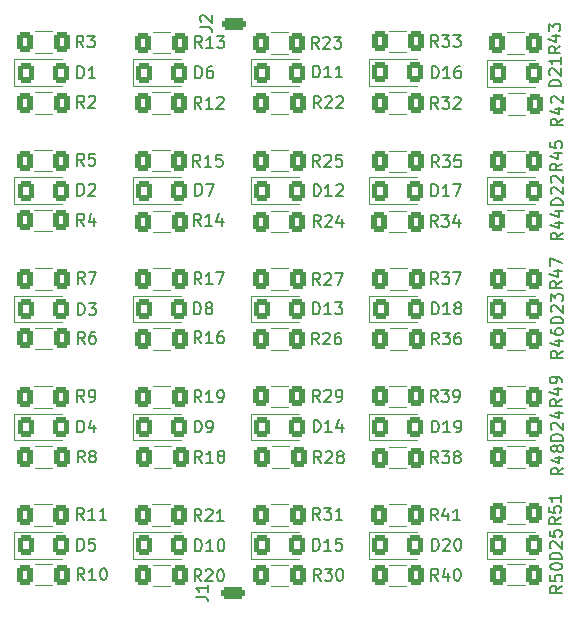
<source format=gto>
G04 #@! TF.GenerationSoftware,KiCad,Pcbnew,7.0.8*
G04 #@! TF.CreationDate,2024-03-09T11:55:45+01:00*
G04 #@! TF.ProjectId,v2-raster,76322d72-6173-4746-9572-2e6b69636164,rev?*
G04 #@! TF.SameCoordinates,Original*
G04 #@! TF.FileFunction,Legend,Top*
G04 #@! TF.FilePolarity,Positive*
%FSLAX46Y46*%
G04 Gerber Fmt 4.6, Leading zero omitted, Abs format (unit mm)*
G04 Created by KiCad (PCBNEW 7.0.8) date 2024-03-09 11:55:45*
%MOMM*%
%LPD*%
G01*
G04 APERTURE LIST*
G04 Aperture macros list*
%AMRoundRect*
0 Rectangle with rounded corners*
0 $1 Rounding radius*
0 $2 $3 $4 $5 $6 $7 $8 $9 X,Y pos of 4 corners*
0 Add a 4 corners polygon primitive as box body*
4,1,4,$2,$3,$4,$5,$6,$7,$8,$9,$2,$3,0*
0 Add four circle primitives for the rounded corners*
1,1,$1+$1,$2,$3*
1,1,$1+$1,$4,$5*
1,1,$1+$1,$6,$7*
1,1,$1+$1,$8,$9*
0 Add four rect primitives between the rounded corners*
20,1,$1+$1,$2,$3,$4,$5,0*
20,1,$1+$1,$4,$5,$6,$7,0*
20,1,$1+$1,$6,$7,$8,$9,0*
20,1,$1+$1,$8,$9,$2,$3,0*%
G04 Aperture macros list end*
%ADD10C,0.150000*%
%ADD11C,0.120000*%
%ADD12RoundRect,0.250000X-0.400000X-0.625000X0.400000X-0.625000X0.400000X0.625000X-0.400000X0.625000X0*%
%ADD13RoundRect,0.250001X-0.462499X-0.624999X0.462499X-0.624999X0.462499X0.624999X-0.462499X0.624999X0*%
%ADD14RoundRect,0.250000X0.750000X-0.250000X0.750000X0.250000X-0.750000X0.250000X-0.750000X-0.250000X0*%
G04 APERTURE END LIST*
D10*
X108433333Y-72864819D02*
X108100000Y-72388628D01*
X107861905Y-72864819D02*
X107861905Y-71864819D01*
X107861905Y-71864819D02*
X108242857Y-71864819D01*
X108242857Y-71864819D02*
X108338095Y-71912438D01*
X108338095Y-71912438D02*
X108385714Y-71960057D01*
X108385714Y-71960057D02*
X108433333Y-72055295D01*
X108433333Y-72055295D02*
X108433333Y-72198152D01*
X108433333Y-72198152D02*
X108385714Y-72293390D01*
X108385714Y-72293390D02*
X108338095Y-72341009D01*
X108338095Y-72341009D02*
X108242857Y-72388628D01*
X108242857Y-72388628D02*
X107861905Y-72388628D01*
X109338095Y-71864819D02*
X108861905Y-71864819D01*
X108861905Y-71864819D02*
X108814286Y-72341009D01*
X108814286Y-72341009D02*
X108861905Y-72293390D01*
X108861905Y-72293390D02*
X108957143Y-72245771D01*
X108957143Y-72245771D02*
X109195238Y-72245771D01*
X109195238Y-72245771D02*
X109290476Y-72293390D01*
X109290476Y-72293390D02*
X109338095Y-72341009D01*
X109338095Y-72341009D02*
X109385714Y-72436247D01*
X109385714Y-72436247D02*
X109385714Y-72674342D01*
X109385714Y-72674342D02*
X109338095Y-72769580D01*
X109338095Y-72769580D02*
X109290476Y-72817200D01*
X109290476Y-72817200D02*
X109195238Y-72864819D01*
X109195238Y-72864819D02*
X108957143Y-72864819D01*
X108957143Y-72864819D02*
X108861905Y-72817200D01*
X108861905Y-72817200D02*
X108814286Y-72769580D01*
X108483333Y-87944819D02*
X108150000Y-87468628D01*
X107911905Y-87944819D02*
X107911905Y-86944819D01*
X107911905Y-86944819D02*
X108292857Y-86944819D01*
X108292857Y-86944819D02*
X108388095Y-86992438D01*
X108388095Y-86992438D02*
X108435714Y-87040057D01*
X108435714Y-87040057D02*
X108483333Y-87135295D01*
X108483333Y-87135295D02*
X108483333Y-87278152D01*
X108483333Y-87278152D02*
X108435714Y-87373390D01*
X108435714Y-87373390D02*
X108388095Y-87421009D01*
X108388095Y-87421009D02*
X108292857Y-87468628D01*
X108292857Y-87468628D02*
X107911905Y-87468628D01*
X109340476Y-86944819D02*
X109150000Y-86944819D01*
X109150000Y-86944819D02*
X109054762Y-86992438D01*
X109054762Y-86992438D02*
X109007143Y-87040057D01*
X109007143Y-87040057D02*
X108911905Y-87182914D01*
X108911905Y-87182914D02*
X108864286Y-87373390D01*
X108864286Y-87373390D02*
X108864286Y-87754342D01*
X108864286Y-87754342D02*
X108911905Y-87849580D01*
X108911905Y-87849580D02*
X108959524Y-87897200D01*
X108959524Y-87897200D02*
X109054762Y-87944819D01*
X109054762Y-87944819D02*
X109245238Y-87944819D01*
X109245238Y-87944819D02*
X109340476Y-87897200D01*
X109340476Y-87897200D02*
X109388095Y-87849580D01*
X109388095Y-87849580D02*
X109435714Y-87754342D01*
X109435714Y-87754342D02*
X109435714Y-87516247D01*
X109435714Y-87516247D02*
X109388095Y-87421009D01*
X109388095Y-87421009D02*
X109340476Y-87373390D01*
X109340476Y-87373390D02*
X109245238Y-87325771D01*
X109245238Y-87325771D02*
X109054762Y-87325771D01*
X109054762Y-87325771D02*
X108959524Y-87373390D01*
X108959524Y-87373390D02*
X108911905Y-87421009D01*
X108911905Y-87421009D02*
X108864286Y-87516247D01*
X107861905Y-75404819D02*
X107861905Y-74404819D01*
X107861905Y-74404819D02*
X108100000Y-74404819D01*
X108100000Y-74404819D02*
X108242857Y-74452438D01*
X108242857Y-74452438D02*
X108338095Y-74547676D01*
X108338095Y-74547676D02*
X108385714Y-74642914D01*
X108385714Y-74642914D02*
X108433333Y-74833390D01*
X108433333Y-74833390D02*
X108433333Y-74976247D01*
X108433333Y-74976247D02*
X108385714Y-75166723D01*
X108385714Y-75166723D02*
X108338095Y-75261961D01*
X108338095Y-75261961D02*
X108242857Y-75357200D01*
X108242857Y-75357200D02*
X108100000Y-75404819D01*
X108100000Y-75404819D02*
X107861905Y-75404819D01*
X108814286Y-74500057D02*
X108861905Y-74452438D01*
X108861905Y-74452438D02*
X108957143Y-74404819D01*
X108957143Y-74404819D02*
X109195238Y-74404819D01*
X109195238Y-74404819D02*
X109290476Y-74452438D01*
X109290476Y-74452438D02*
X109338095Y-74500057D01*
X109338095Y-74500057D02*
X109385714Y-74595295D01*
X109385714Y-74595295D02*
X109385714Y-74690533D01*
X109385714Y-74690533D02*
X109338095Y-74833390D01*
X109338095Y-74833390D02*
X108766667Y-75404819D01*
X108766667Y-75404819D02*
X109385714Y-75404819D01*
X117914819Y-109383333D02*
X118629104Y-109383333D01*
X118629104Y-109383333D02*
X118771961Y-109430952D01*
X118771961Y-109430952D02*
X118867200Y-109526190D01*
X118867200Y-109526190D02*
X118914819Y-109669047D01*
X118914819Y-109669047D02*
X118914819Y-109764285D01*
X118914819Y-108383333D02*
X118914819Y-108954761D01*
X118914819Y-108669047D02*
X117914819Y-108669047D01*
X117914819Y-108669047D02*
X118057676Y-108764285D01*
X118057676Y-108764285D02*
X118152914Y-108859523D01*
X118152914Y-108859523D02*
X118200533Y-108954761D01*
X138407142Y-108004819D02*
X138073809Y-107528628D01*
X137835714Y-108004819D02*
X137835714Y-107004819D01*
X137835714Y-107004819D02*
X138216666Y-107004819D01*
X138216666Y-107004819D02*
X138311904Y-107052438D01*
X138311904Y-107052438D02*
X138359523Y-107100057D01*
X138359523Y-107100057D02*
X138407142Y-107195295D01*
X138407142Y-107195295D02*
X138407142Y-107338152D01*
X138407142Y-107338152D02*
X138359523Y-107433390D01*
X138359523Y-107433390D02*
X138311904Y-107481009D01*
X138311904Y-107481009D02*
X138216666Y-107528628D01*
X138216666Y-107528628D02*
X137835714Y-107528628D01*
X139264285Y-107338152D02*
X139264285Y-108004819D01*
X139026190Y-106957200D02*
X138788095Y-107671485D01*
X138788095Y-107671485D02*
X139407142Y-107671485D01*
X139978571Y-107004819D02*
X140073809Y-107004819D01*
X140073809Y-107004819D02*
X140169047Y-107052438D01*
X140169047Y-107052438D02*
X140216666Y-107100057D01*
X140216666Y-107100057D02*
X140264285Y-107195295D01*
X140264285Y-107195295D02*
X140311904Y-107385771D01*
X140311904Y-107385771D02*
X140311904Y-107623866D01*
X140311904Y-107623866D02*
X140264285Y-107814342D01*
X140264285Y-107814342D02*
X140216666Y-107909580D01*
X140216666Y-107909580D02*
X140169047Y-107957200D01*
X140169047Y-107957200D02*
X140073809Y-108004819D01*
X140073809Y-108004819D02*
X139978571Y-108004819D01*
X139978571Y-108004819D02*
X139883333Y-107957200D01*
X139883333Y-107957200D02*
X139835714Y-107909580D01*
X139835714Y-107909580D02*
X139788095Y-107814342D01*
X139788095Y-107814342D02*
X139740476Y-107623866D01*
X139740476Y-107623866D02*
X139740476Y-107385771D01*
X139740476Y-107385771D02*
X139788095Y-107195295D01*
X139788095Y-107195295D02*
X139835714Y-107100057D01*
X139835714Y-107100057D02*
X139883333Y-107052438D01*
X139883333Y-107052438D02*
X139978571Y-107004819D01*
X137885714Y-65454819D02*
X137885714Y-64454819D01*
X137885714Y-64454819D02*
X138123809Y-64454819D01*
X138123809Y-64454819D02*
X138266666Y-64502438D01*
X138266666Y-64502438D02*
X138361904Y-64597676D01*
X138361904Y-64597676D02*
X138409523Y-64692914D01*
X138409523Y-64692914D02*
X138457142Y-64883390D01*
X138457142Y-64883390D02*
X138457142Y-65026247D01*
X138457142Y-65026247D02*
X138409523Y-65216723D01*
X138409523Y-65216723D02*
X138361904Y-65311961D01*
X138361904Y-65311961D02*
X138266666Y-65407200D01*
X138266666Y-65407200D02*
X138123809Y-65454819D01*
X138123809Y-65454819D02*
X137885714Y-65454819D01*
X139409523Y-65454819D02*
X138838095Y-65454819D01*
X139123809Y-65454819D02*
X139123809Y-64454819D01*
X139123809Y-64454819D02*
X139028571Y-64597676D01*
X139028571Y-64597676D02*
X138933333Y-64692914D01*
X138933333Y-64692914D02*
X138838095Y-64740533D01*
X140266666Y-64454819D02*
X140076190Y-64454819D01*
X140076190Y-64454819D02*
X139980952Y-64502438D01*
X139980952Y-64502438D02*
X139933333Y-64550057D01*
X139933333Y-64550057D02*
X139838095Y-64692914D01*
X139838095Y-64692914D02*
X139790476Y-64883390D01*
X139790476Y-64883390D02*
X139790476Y-65264342D01*
X139790476Y-65264342D02*
X139838095Y-65359580D01*
X139838095Y-65359580D02*
X139885714Y-65407200D01*
X139885714Y-65407200D02*
X139980952Y-65454819D01*
X139980952Y-65454819D02*
X140171428Y-65454819D01*
X140171428Y-65454819D02*
X140266666Y-65407200D01*
X140266666Y-65407200D02*
X140314285Y-65359580D01*
X140314285Y-65359580D02*
X140361904Y-65264342D01*
X140361904Y-65264342D02*
X140361904Y-65026247D01*
X140361904Y-65026247D02*
X140314285Y-64931009D01*
X140314285Y-64931009D02*
X140266666Y-64883390D01*
X140266666Y-64883390D02*
X140171428Y-64835771D01*
X140171428Y-64835771D02*
X139980952Y-64835771D01*
X139980952Y-64835771D02*
X139885714Y-64883390D01*
X139885714Y-64883390D02*
X139838095Y-64931009D01*
X139838095Y-64931009D02*
X139790476Y-65026247D01*
X137885714Y-105454819D02*
X137885714Y-104454819D01*
X137885714Y-104454819D02*
X138123809Y-104454819D01*
X138123809Y-104454819D02*
X138266666Y-104502438D01*
X138266666Y-104502438D02*
X138361904Y-104597676D01*
X138361904Y-104597676D02*
X138409523Y-104692914D01*
X138409523Y-104692914D02*
X138457142Y-104883390D01*
X138457142Y-104883390D02*
X138457142Y-105026247D01*
X138457142Y-105026247D02*
X138409523Y-105216723D01*
X138409523Y-105216723D02*
X138361904Y-105311961D01*
X138361904Y-105311961D02*
X138266666Y-105407200D01*
X138266666Y-105407200D02*
X138123809Y-105454819D01*
X138123809Y-105454819D02*
X137885714Y-105454819D01*
X138838095Y-104550057D02*
X138885714Y-104502438D01*
X138885714Y-104502438D02*
X138980952Y-104454819D01*
X138980952Y-104454819D02*
X139219047Y-104454819D01*
X139219047Y-104454819D02*
X139314285Y-104502438D01*
X139314285Y-104502438D02*
X139361904Y-104550057D01*
X139361904Y-104550057D02*
X139409523Y-104645295D01*
X139409523Y-104645295D02*
X139409523Y-104740533D01*
X139409523Y-104740533D02*
X139361904Y-104883390D01*
X139361904Y-104883390D02*
X138790476Y-105454819D01*
X138790476Y-105454819D02*
X139409523Y-105454819D01*
X140028571Y-104454819D02*
X140123809Y-104454819D01*
X140123809Y-104454819D02*
X140219047Y-104502438D01*
X140219047Y-104502438D02*
X140266666Y-104550057D01*
X140266666Y-104550057D02*
X140314285Y-104645295D01*
X140314285Y-104645295D02*
X140361904Y-104835771D01*
X140361904Y-104835771D02*
X140361904Y-105073866D01*
X140361904Y-105073866D02*
X140314285Y-105264342D01*
X140314285Y-105264342D02*
X140266666Y-105359580D01*
X140266666Y-105359580D02*
X140219047Y-105407200D01*
X140219047Y-105407200D02*
X140123809Y-105454819D01*
X140123809Y-105454819D02*
X140028571Y-105454819D01*
X140028571Y-105454819D02*
X139933333Y-105407200D01*
X139933333Y-105407200D02*
X139885714Y-105359580D01*
X139885714Y-105359580D02*
X139838095Y-105264342D01*
X139838095Y-105264342D02*
X139790476Y-105073866D01*
X139790476Y-105073866D02*
X139790476Y-104835771D01*
X139790476Y-104835771D02*
X139838095Y-104645295D01*
X139838095Y-104645295D02*
X139885714Y-104550057D01*
X139885714Y-104550057D02*
X139933333Y-104502438D01*
X139933333Y-104502438D02*
X140028571Y-104454819D01*
X108383333Y-62854819D02*
X108050000Y-62378628D01*
X107811905Y-62854819D02*
X107811905Y-61854819D01*
X107811905Y-61854819D02*
X108192857Y-61854819D01*
X108192857Y-61854819D02*
X108288095Y-61902438D01*
X108288095Y-61902438D02*
X108335714Y-61950057D01*
X108335714Y-61950057D02*
X108383333Y-62045295D01*
X108383333Y-62045295D02*
X108383333Y-62188152D01*
X108383333Y-62188152D02*
X108335714Y-62283390D01*
X108335714Y-62283390D02*
X108288095Y-62331009D01*
X108288095Y-62331009D02*
X108192857Y-62378628D01*
X108192857Y-62378628D02*
X107811905Y-62378628D01*
X108716667Y-61854819D02*
X109335714Y-61854819D01*
X109335714Y-61854819D02*
X109002381Y-62235771D01*
X109002381Y-62235771D02*
X109145238Y-62235771D01*
X109145238Y-62235771D02*
X109240476Y-62283390D01*
X109240476Y-62283390D02*
X109288095Y-62331009D01*
X109288095Y-62331009D02*
X109335714Y-62426247D01*
X109335714Y-62426247D02*
X109335714Y-62664342D01*
X109335714Y-62664342D02*
X109288095Y-62759580D01*
X109288095Y-62759580D02*
X109240476Y-62807200D01*
X109240476Y-62807200D02*
X109145238Y-62854819D01*
X109145238Y-62854819D02*
X108859524Y-62854819D01*
X108859524Y-62854819D02*
X108764286Y-62807200D01*
X108764286Y-62807200D02*
X108716667Y-62759580D01*
X118357142Y-108054819D02*
X118023809Y-107578628D01*
X117785714Y-108054819D02*
X117785714Y-107054819D01*
X117785714Y-107054819D02*
X118166666Y-107054819D01*
X118166666Y-107054819D02*
X118261904Y-107102438D01*
X118261904Y-107102438D02*
X118309523Y-107150057D01*
X118309523Y-107150057D02*
X118357142Y-107245295D01*
X118357142Y-107245295D02*
X118357142Y-107388152D01*
X118357142Y-107388152D02*
X118309523Y-107483390D01*
X118309523Y-107483390D02*
X118261904Y-107531009D01*
X118261904Y-107531009D02*
X118166666Y-107578628D01*
X118166666Y-107578628D02*
X117785714Y-107578628D01*
X118738095Y-107150057D02*
X118785714Y-107102438D01*
X118785714Y-107102438D02*
X118880952Y-107054819D01*
X118880952Y-107054819D02*
X119119047Y-107054819D01*
X119119047Y-107054819D02*
X119214285Y-107102438D01*
X119214285Y-107102438D02*
X119261904Y-107150057D01*
X119261904Y-107150057D02*
X119309523Y-107245295D01*
X119309523Y-107245295D02*
X119309523Y-107340533D01*
X119309523Y-107340533D02*
X119261904Y-107483390D01*
X119261904Y-107483390D02*
X118690476Y-108054819D01*
X118690476Y-108054819D02*
X119309523Y-108054819D01*
X119928571Y-107054819D02*
X120023809Y-107054819D01*
X120023809Y-107054819D02*
X120119047Y-107102438D01*
X120119047Y-107102438D02*
X120166666Y-107150057D01*
X120166666Y-107150057D02*
X120214285Y-107245295D01*
X120214285Y-107245295D02*
X120261904Y-107435771D01*
X120261904Y-107435771D02*
X120261904Y-107673866D01*
X120261904Y-107673866D02*
X120214285Y-107864342D01*
X120214285Y-107864342D02*
X120166666Y-107959580D01*
X120166666Y-107959580D02*
X120119047Y-108007200D01*
X120119047Y-108007200D02*
X120023809Y-108054819D01*
X120023809Y-108054819D02*
X119928571Y-108054819D01*
X119928571Y-108054819D02*
X119833333Y-108007200D01*
X119833333Y-108007200D02*
X119785714Y-107959580D01*
X119785714Y-107959580D02*
X119738095Y-107864342D01*
X119738095Y-107864342D02*
X119690476Y-107673866D01*
X119690476Y-107673866D02*
X119690476Y-107435771D01*
X119690476Y-107435771D02*
X119738095Y-107245295D01*
X119738095Y-107245295D02*
X119785714Y-107150057D01*
X119785714Y-107150057D02*
X119833333Y-107102438D01*
X119833333Y-107102438D02*
X119928571Y-107054819D01*
X148854819Y-106214285D02*
X147854819Y-106214285D01*
X147854819Y-106214285D02*
X147854819Y-105976190D01*
X147854819Y-105976190D02*
X147902438Y-105833333D01*
X147902438Y-105833333D02*
X147997676Y-105738095D01*
X147997676Y-105738095D02*
X148092914Y-105690476D01*
X148092914Y-105690476D02*
X148283390Y-105642857D01*
X148283390Y-105642857D02*
X148426247Y-105642857D01*
X148426247Y-105642857D02*
X148616723Y-105690476D01*
X148616723Y-105690476D02*
X148711961Y-105738095D01*
X148711961Y-105738095D02*
X148807200Y-105833333D01*
X148807200Y-105833333D02*
X148854819Y-105976190D01*
X148854819Y-105976190D02*
X148854819Y-106214285D01*
X147950057Y-105261904D02*
X147902438Y-105214285D01*
X147902438Y-105214285D02*
X147854819Y-105119047D01*
X147854819Y-105119047D02*
X147854819Y-104880952D01*
X147854819Y-104880952D02*
X147902438Y-104785714D01*
X147902438Y-104785714D02*
X147950057Y-104738095D01*
X147950057Y-104738095D02*
X148045295Y-104690476D01*
X148045295Y-104690476D02*
X148140533Y-104690476D01*
X148140533Y-104690476D02*
X148283390Y-104738095D01*
X148283390Y-104738095D02*
X148854819Y-105309523D01*
X148854819Y-105309523D02*
X148854819Y-104690476D01*
X147854819Y-103785714D02*
X147854819Y-104261904D01*
X147854819Y-104261904D02*
X148331009Y-104309523D01*
X148331009Y-104309523D02*
X148283390Y-104261904D01*
X148283390Y-104261904D02*
X148235771Y-104166666D01*
X148235771Y-104166666D02*
X148235771Y-103928571D01*
X148235771Y-103928571D02*
X148283390Y-103833333D01*
X148283390Y-103833333D02*
X148331009Y-103785714D01*
X148331009Y-103785714D02*
X148426247Y-103738095D01*
X148426247Y-103738095D02*
X148664342Y-103738095D01*
X148664342Y-103738095D02*
X148759580Y-103785714D01*
X148759580Y-103785714D02*
X148807200Y-103833333D01*
X148807200Y-103833333D02*
X148854819Y-103928571D01*
X148854819Y-103928571D02*
X148854819Y-104166666D01*
X148854819Y-104166666D02*
X148807200Y-104261904D01*
X148807200Y-104261904D02*
X148759580Y-104309523D01*
X107861905Y-65454819D02*
X107861905Y-64454819D01*
X107861905Y-64454819D02*
X108100000Y-64454819D01*
X108100000Y-64454819D02*
X108242857Y-64502438D01*
X108242857Y-64502438D02*
X108338095Y-64597676D01*
X108338095Y-64597676D02*
X108385714Y-64692914D01*
X108385714Y-64692914D02*
X108433333Y-64883390D01*
X108433333Y-64883390D02*
X108433333Y-65026247D01*
X108433333Y-65026247D02*
X108385714Y-65216723D01*
X108385714Y-65216723D02*
X108338095Y-65311961D01*
X108338095Y-65311961D02*
X108242857Y-65407200D01*
X108242857Y-65407200D02*
X108100000Y-65454819D01*
X108100000Y-65454819D02*
X107861905Y-65454819D01*
X109385714Y-65454819D02*
X108814286Y-65454819D01*
X109100000Y-65454819D02*
X109100000Y-64454819D01*
X109100000Y-64454819D02*
X109004762Y-64597676D01*
X109004762Y-64597676D02*
X108909524Y-64692914D01*
X108909524Y-64692914D02*
X108814286Y-64740533D01*
X118254819Y-61133333D02*
X118969104Y-61133333D01*
X118969104Y-61133333D02*
X119111961Y-61180952D01*
X119111961Y-61180952D02*
X119207200Y-61276190D01*
X119207200Y-61276190D02*
X119254819Y-61419047D01*
X119254819Y-61419047D02*
X119254819Y-61514285D01*
X118350057Y-60704761D02*
X118302438Y-60657142D01*
X118302438Y-60657142D02*
X118254819Y-60561904D01*
X118254819Y-60561904D02*
X118254819Y-60323809D01*
X118254819Y-60323809D02*
X118302438Y-60228571D01*
X118302438Y-60228571D02*
X118350057Y-60180952D01*
X118350057Y-60180952D02*
X118445295Y-60133333D01*
X118445295Y-60133333D02*
X118540533Y-60133333D01*
X118540533Y-60133333D02*
X118683390Y-60180952D01*
X118683390Y-60180952D02*
X119254819Y-60752380D01*
X119254819Y-60752380D02*
X119254819Y-60133333D01*
X118357142Y-92904819D02*
X118023809Y-92428628D01*
X117785714Y-92904819D02*
X117785714Y-91904819D01*
X117785714Y-91904819D02*
X118166666Y-91904819D01*
X118166666Y-91904819D02*
X118261904Y-91952438D01*
X118261904Y-91952438D02*
X118309523Y-92000057D01*
X118309523Y-92000057D02*
X118357142Y-92095295D01*
X118357142Y-92095295D02*
X118357142Y-92238152D01*
X118357142Y-92238152D02*
X118309523Y-92333390D01*
X118309523Y-92333390D02*
X118261904Y-92381009D01*
X118261904Y-92381009D02*
X118166666Y-92428628D01*
X118166666Y-92428628D02*
X117785714Y-92428628D01*
X119309523Y-92904819D02*
X118738095Y-92904819D01*
X119023809Y-92904819D02*
X119023809Y-91904819D01*
X119023809Y-91904819D02*
X118928571Y-92047676D01*
X118928571Y-92047676D02*
X118833333Y-92142914D01*
X118833333Y-92142914D02*
X118738095Y-92190533D01*
X119785714Y-92904819D02*
X119976190Y-92904819D01*
X119976190Y-92904819D02*
X120071428Y-92857200D01*
X120071428Y-92857200D02*
X120119047Y-92809580D01*
X120119047Y-92809580D02*
X120214285Y-92666723D01*
X120214285Y-92666723D02*
X120261904Y-92476247D01*
X120261904Y-92476247D02*
X120261904Y-92095295D01*
X120261904Y-92095295D02*
X120214285Y-92000057D01*
X120214285Y-92000057D02*
X120166666Y-91952438D01*
X120166666Y-91952438D02*
X120071428Y-91904819D01*
X120071428Y-91904819D02*
X119880952Y-91904819D01*
X119880952Y-91904819D02*
X119785714Y-91952438D01*
X119785714Y-91952438D02*
X119738095Y-92000057D01*
X119738095Y-92000057D02*
X119690476Y-92095295D01*
X119690476Y-92095295D02*
X119690476Y-92333390D01*
X119690476Y-92333390D02*
X119738095Y-92428628D01*
X119738095Y-92428628D02*
X119785714Y-92476247D01*
X119785714Y-92476247D02*
X119880952Y-92523866D01*
X119880952Y-92523866D02*
X120071428Y-92523866D01*
X120071428Y-92523866D02*
X120166666Y-92476247D01*
X120166666Y-92476247D02*
X120214285Y-92428628D01*
X120214285Y-92428628D02*
X120261904Y-92333390D01*
X108433333Y-67964819D02*
X108100000Y-67488628D01*
X107861905Y-67964819D02*
X107861905Y-66964819D01*
X107861905Y-66964819D02*
X108242857Y-66964819D01*
X108242857Y-66964819D02*
X108338095Y-67012438D01*
X108338095Y-67012438D02*
X108385714Y-67060057D01*
X108385714Y-67060057D02*
X108433333Y-67155295D01*
X108433333Y-67155295D02*
X108433333Y-67298152D01*
X108433333Y-67298152D02*
X108385714Y-67393390D01*
X108385714Y-67393390D02*
X108338095Y-67441009D01*
X108338095Y-67441009D02*
X108242857Y-67488628D01*
X108242857Y-67488628D02*
X107861905Y-67488628D01*
X108814286Y-67060057D02*
X108861905Y-67012438D01*
X108861905Y-67012438D02*
X108957143Y-66964819D01*
X108957143Y-66964819D02*
X109195238Y-66964819D01*
X109195238Y-66964819D02*
X109290476Y-67012438D01*
X109290476Y-67012438D02*
X109338095Y-67060057D01*
X109338095Y-67060057D02*
X109385714Y-67155295D01*
X109385714Y-67155295D02*
X109385714Y-67250533D01*
X109385714Y-67250533D02*
X109338095Y-67393390D01*
X109338095Y-67393390D02*
X108766667Y-67964819D01*
X108766667Y-67964819D02*
X109385714Y-67964819D01*
X127885714Y-75454819D02*
X127885714Y-74454819D01*
X127885714Y-74454819D02*
X128123809Y-74454819D01*
X128123809Y-74454819D02*
X128266666Y-74502438D01*
X128266666Y-74502438D02*
X128361904Y-74597676D01*
X128361904Y-74597676D02*
X128409523Y-74692914D01*
X128409523Y-74692914D02*
X128457142Y-74883390D01*
X128457142Y-74883390D02*
X128457142Y-75026247D01*
X128457142Y-75026247D02*
X128409523Y-75216723D01*
X128409523Y-75216723D02*
X128361904Y-75311961D01*
X128361904Y-75311961D02*
X128266666Y-75407200D01*
X128266666Y-75407200D02*
X128123809Y-75454819D01*
X128123809Y-75454819D02*
X127885714Y-75454819D01*
X129409523Y-75454819D02*
X128838095Y-75454819D01*
X129123809Y-75454819D02*
X129123809Y-74454819D01*
X129123809Y-74454819D02*
X129028571Y-74597676D01*
X129028571Y-74597676D02*
X128933333Y-74692914D01*
X128933333Y-74692914D02*
X128838095Y-74740533D01*
X129790476Y-74550057D02*
X129838095Y-74502438D01*
X129838095Y-74502438D02*
X129933333Y-74454819D01*
X129933333Y-74454819D02*
X130171428Y-74454819D01*
X130171428Y-74454819D02*
X130266666Y-74502438D01*
X130266666Y-74502438D02*
X130314285Y-74550057D01*
X130314285Y-74550057D02*
X130361904Y-74645295D01*
X130361904Y-74645295D02*
X130361904Y-74740533D01*
X130361904Y-74740533D02*
X130314285Y-74883390D01*
X130314285Y-74883390D02*
X129742857Y-75454819D01*
X129742857Y-75454819D02*
X130361904Y-75454819D01*
X128457142Y-108004819D02*
X128123809Y-107528628D01*
X127885714Y-108004819D02*
X127885714Y-107004819D01*
X127885714Y-107004819D02*
X128266666Y-107004819D01*
X128266666Y-107004819D02*
X128361904Y-107052438D01*
X128361904Y-107052438D02*
X128409523Y-107100057D01*
X128409523Y-107100057D02*
X128457142Y-107195295D01*
X128457142Y-107195295D02*
X128457142Y-107338152D01*
X128457142Y-107338152D02*
X128409523Y-107433390D01*
X128409523Y-107433390D02*
X128361904Y-107481009D01*
X128361904Y-107481009D02*
X128266666Y-107528628D01*
X128266666Y-107528628D02*
X127885714Y-107528628D01*
X128790476Y-107004819D02*
X129409523Y-107004819D01*
X129409523Y-107004819D02*
X129076190Y-107385771D01*
X129076190Y-107385771D02*
X129219047Y-107385771D01*
X129219047Y-107385771D02*
X129314285Y-107433390D01*
X129314285Y-107433390D02*
X129361904Y-107481009D01*
X129361904Y-107481009D02*
X129409523Y-107576247D01*
X129409523Y-107576247D02*
X129409523Y-107814342D01*
X129409523Y-107814342D02*
X129361904Y-107909580D01*
X129361904Y-107909580D02*
X129314285Y-107957200D01*
X129314285Y-107957200D02*
X129219047Y-108004819D01*
X129219047Y-108004819D02*
X128933333Y-108004819D01*
X128933333Y-108004819D02*
X128838095Y-107957200D01*
X128838095Y-107957200D02*
X128790476Y-107909580D01*
X130028571Y-107004819D02*
X130123809Y-107004819D01*
X130123809Y-107004819D02*
X130219047Y-107052438D01*
X130219047Y-107052438D02*
X130266666Y-107100057D01*
X130266666Y-107100057D02*
X130314285Y-107195295D01*
X130314285Y-107195295D02*
X130361904Y-107385771D01*
X130361904Y-107385771D02*
X130361904Y-107623866D01*
X130361904Y-107623866D02*
X130314285Y-107814342D01*
X130314285Y-107814342D02*
X130266666Y-107909580D01*
X130266666Y-107909580D02*
X130219047Y-107957200D01*
X130219047Y-107957200D02*
X130123809Y-108004819D01*
X130123809Y-108004819D02*
X130028571Y-108004819D01*
X130028571Y-108004819D02*
X129933333Y-107957200D01*
X129933333Y-107957200D02*
X129885714Y-107909580D01*
X129885714Y-107909580D02*
X129838095Y-107814342D01*
X129838095Y-107814342D02*
X129790476Y-107623866D01*
X129790476Y-107623866D02*
X129790476Y-107385771D01*
X129790476Y-107385771D02*
X129838095Y-107195295D01*
X129838095Y-107195295D02*
X129885714Y-107100057D01*
X129885714Y-107100057D02*
X129933333Y-107052438D01*
X129933333Y-107052438D02*
X130028571Y-107004819D01*
X107861905Y-95454819D02*
X107861905Y-94454819D01*
X107861905Y-94454819D02*
X108100000Y-94454819D01*
X108100000Y-94454819D02*
X108242857Y-94502438D01*
X108242857Y-94502438D02*
X108338095Y-94597676D01*
X108338095Y-94597676D02*
X108385714Y-94692914D01*
X108385714Y-94692914D02*
X108433333Y-94883390D01*
X108433333Y-94883390D02*
X108433333Y-95026247D01*
X108433333Y-95026247D02*
X108385714Y-95216723D01*
X108385714Y-95216723D02*
X108338095Y-95311961D01*
X108338095Y-95311961D02*
X108242857Y-95407200D01*
X108242857Y-95407200D02*
X108100000Y-95454819D01*
X108100000Y-95454819D02*
X107861905Y-95454819D01*
X109290476Y-94788152D02*
X109290476Y-95454819D01*
X109052381Y-94407200D02*
X108814286Y-95121485D01*
X108814286Y-95121485D02*
X109433333Y-95121485D01*
X137885714Y-95454819D02*
X137885714Y-94454819D01*
X137885714Y-94454819D02*
X138123809Y-94454819D01*
X138123809Y-94454819D02*
X138266666Y-94502438D01*
X138266666Y-94502438D02*
X138361904Y-94597676D01*
X138361904Y-94597676D02*
X138409523Y-94692914D01*
X138409523Y-94692914D02*
X138457142Y-94883390D01*
X138457142Y-94883390D02*
X138457142Y-95026247D01*
X138457142Y-95026247D02*
X138409523Y-95216723D01*
X138409523Y-95216723D02*
X138361904Y-95311961D01*
X138361904Y-95311961D02*
X138266666Y-95407200D01*
X138266666Y-95407200D02*
X138123809Y-95454819D01*
X138123809Y-95454819D02*
X137885714Y-95454819D01*
X139409523Y-95454819D02*
X138838095Y-95454819D01*
X139123809Y-95454819D02*
X139123809Y-94454819D01*
X139123809Y-94454819D02*
X139028571Y-94597676D01*
X139028571Y-94597676D02*
X138933333Y-94692914D01*
X138933333Y-94692914D02*
X138838095Y-94740533D01*
X139885714Y-95454819D02*
X140076190Y-95454819D01*
X140076190Y-95454819D02*
X140171428Y-95407200D01*
X140171428Y-95407200D02*
X140219047Y-95359580D01*
X140219047Y-95359580D02*
X140314285Y-95216723D01*
X140314285Y-95216723D02*
X140361904Y-95026247D01*
X140361904Y-95026247D02*
X140361904Y-94645295D01*
X140361904Y-94645295D02*
X140314285Y-94550057D01*
X140314285Y-94550057D02*
X140266666Y-94502438D01*
X140266666Y-94502438D02*
X140171428Y-94454819D01*
X140171428Y-94454819D02*
X139980952Y-94454819D01*
X139980952Y-94454819D02*
X139885714Y-94502438D01*
X139885714Y-94502438D02*
X139838095Y-94550057D01*
X139838095Y-94550057D02*
X139790476Y-94645295D01*
X139790476Y-94645295D02*
X139790476Y-94883390D01*
X139790476Y-94883390D02*
X139838095Y-94978628D01*
X139838095Y-94978628D02*
X139885714Y-95026247D01*
X139885714Y-95026247D02*
X139980952Y-95073866D01*
X139980952Y-95073866D02*
X140171428Y-95073866D01*
X140171428Y-95073866D02*
X140266666Y-95026247D01*
X140266666Y-95026247D02*
X140314285Y-94978628D01*
X140314285Y-94978628D02*
X140361904Y-94883390D01*
X128407142Y-92854819D02*
X128073809Y-92378628D01*
X127835714Y-92854819D02*
X127835714Y-91854819D01*
X127835714Y-91854819D02*
X128216666Y-91854819D01*
X128216666Y-91854819D02*
X128311904Y-91902438D01*
X128311904Y-91902438D02*
X128359523Y-91950057D01*
X128359523Y-91950057D02*
X128407142Y-92045295D01*
X128407142Y-92045295D02*
X128407142Y-92188152D01*
X128407142Y-92188152D02*
X128359523Y-92283390D01*
X128359523Y-92283390D02*
X128311904Y-92331009D01*
X128311904Y-92331009D02*
X128216666Y-92378628D01*
X128216666Y-92378628D02*
X127835714Y-92378628D01*
X128788095Y-91950057D02*
X128835714Y-91902438D01*
X128835714Y-91902438D02*
X128930952Y-91854819D01*
X128930952Y-91854819D02*
X129169047Y-91854819D01*
X129169047Y-91854819D02*
X129264285Y-91902438D01*
X129264285Y-91902438D02*
X129311904Y-91950057D01*
X129311904Y-91950057D02*
X129359523Y-92045295D01*
X129359523Y-92045295D02*
X129359523Y-92140533D01*
X129359523Y-92140533D02*
X129311904Y-92283390D01*
X129311904Y-92283390D02*
X128740476Y-92854819D01*
X128740476Y-92854819D02*
X129359523Y-92854819D01*
X129835714Y-92854819D02*
X130026190Y-92854819D01*
X130026190Y-92854819D02*
X130121428Y-92807200D01*
X130121428Y-92807200D02*
X130169047Y-92759580D01*
X130169047Y-92759580D02*
X130264285Y-92616723D01*
X130264285Y-92616723D02*
X130311904Y-92426247D01*
X130311904Y-92426247D02*
X130311904Y-92045295D01*
X130311904Y-92045295D02*
X130264285Y-91950057D01*
X130264285Y-91950057D02*
X130216666Y-91902438D01*
X130216666Y-91902438D02*
X130121428Y-91854819D01*
X130121428Y-91854819D02*
X129930952Y-91854819D01*
X129930952Y-91854819D02*
X129835714Y-91902438D01*
X129835714Y-91902438D02*
X129788095Y-91950057D01*
X129788095Y-91950057D02*
X129740476Y-92045295D01*
X129740476Y-92045295D02*
X129740476Y-92283390D01*
X129740476Y-92283390D02*
X129788095Y-92378628D01*
X129788095Y-92378628D02*
X129835714Y-92426247D01*
X129835714Y-92426247D02*
X129930952Y-92473866D01*
X129930952Y-92473866D02*
X130121428Y-92473866D01*
X130121428Y-92473866D02*
X130216666Y-92426247D01*
X130216666Y-92426247D02*
X130264285Y-92378628D01*
X130264285Y-92378628D02*
X130311904Y-92283390D01*
X148954819Y-76214285D02*
X147954819Y-76214285D01*
X147954819Y-76214285D02*
X147954819Y-75976190D01*
X147954819Y-75976190D02*
X148002438Y-75833333D01*
X148002438Y-75833333D02*
X148097676Y-75738095D01*
X148097676Y-75738095D02*
X148192914Y-75690476D01*
X148192914Y-75690476D02*
X148383390Y-75642857D01*
X148383390Y-75642857D02*
X148526247Y-75642857D01*
X148526247Y-75642857D02*
X148716723Y-75690476D01*
X148716723Y-75690476D02*
X148811961Y-75738095D01*
X148811961Y-75738095D02*
X148907200Y-75833333D01*
X148907200Y-75833333D02*
X148954819Y-75976190D01*
X148954819Y-75976190D02*
X148954819Y-76214285D01*
X148050057Y-75261904D02*
X148002438Y-75214285D01*
X148002438Y-75214285D02*
X147954819Y-75119047D01*
X147954819Y-75119047D02*
X147954819Y-74880952D01*
X147954819Y-74880952D02*
X148002438Y-74785714D01*
X148002438Y-74785714D02*
X148050057Y-74738095D01*
X148050057Y-74738095D02*
X148145295Y-74690476D01*
X148145295Y-74690476D02*
X148240533Y-74690476D01*
X148240533Y-74690476D02*
X148383390Y-74738095D01*
X148383390Y-74738095D02*
X148954819Y-75309523D01*
X148954819Y-75309523D02*
X148954819Y-74690476D01*
X148050057Y-74309523D02*
X148002438Y-74261904D01*
X148002438Y-74261904D02*
X147954819Y-74166666D01*
X147954819Y-74166666D02*
X147954819Y-73928571D01*
X147954819Y-73928571D02*
X148002438Y-73833333D01*
X148002438Y-73833333D02*
X148050057Y-73785714D01*
X148050057Y-73785714D02*
X148145295Y-73738095D01*
X148145295Y-73738095D02*
X148240533Y-73738095D01*
X148240533Y-73738095D02*
X148383390Y-73785714D01*
X148383390Y-73785714D02*
X148954819Y-74357142D01*
X148954819Y-74357142D02*
X148954819Y-73738095D01*
X138407142Y-98054819D02*
X138073809Y-97578628D01*
X137835714Y-98054819D02*
X137835714Y-97054819D01*
X137835714Y-97054819D02*
X138216666Y-97054819D01*
X138216666Y-97054819D02*
X138311904Y-97102438D01*
X138311904Y-97102438D02*
X138359523Y-97150057D01*
X138359523Y-97150057D02*
X138407142Y-97245295D01*
X138407142Y-97245295D02*
X138407142Y-97388152D01*
X138407142Y-97388152D02*
X138359523Y-97483390D01*
X138359523Y-97483390D02*
X138311904Y-97531009D01*
X138311904Y-97531009D02*
X138216666Y-97578628D01*
X138216666Y-97578628D02*
X137835714Y-97578628D01*
X138740476Y-97054819D02*
X139359523Y-97054819D01*
X139359523Y-97054819D02*
X139026190Y-97435771D01*
X139026190Y-97435771D02*
X139169047Y-97435771D01*
X139169047Y-97435771D02*
X139264285Y-97483390D01*
X139264285Y-97483390D02*
X139311904Y-97531009D01*
X139311904Y-97531009D02*
X139359523Y-97626247D01*
X139359523Y-97626247D02*
X139359523Y-97864342D01*
X139359523Y-97864342D02*
X139311904Y-97959580D01*
X139311904Y-97959580D02*
X139264285Y-98007200D01*
X139264285Y-98007200D02*
X139169047Y-98054819D01*
X139169047Y-98054819D02*
X138883333Y-98054819D01*
X138883333Y-98054819D02*
X138788095Y-98007200D01*
X138788095Y-98007200D02*
X138740476Y-97959580D01*
X139930952Y-97483390D02*
X139835714Y-97435771D01*
X139835714Y-97435771D02*
X139788095Y-97388152D01*
X139788095Y-97388152D02*
X139740476Y-97292914D01*
X139740476Y-97292914D02*
X139740476Y-97245295D01*
X139740476Y-97245295D02*
X139788095Y-97150057D01*
X139788095Y-97150057D02*
X139835714Y-97102438D01*
X139835714Y-97102438D02*
X139930952Y-97054819D01*
X139930952Y-97054819D02*
X140121428Y-97054819D01*
X140121428Y-97054819D02*
X140216666Y-97102438D01*
X140216666Y-97102438D02*
X140264285Y-97150057D01*
X140264285Y-97150057D02*
X140311904Y-97245295D01*
X140311904Y-97245295D02*
X140311904Y-97292914D01*
X140311904Y-97292914D02*
X140264285Y-97388152D01*
X140264285Y-97388152D02*
X140216666Y-97435771D01*
X140216666Y-97435771D02*
X140121428Y-97483390D01*
X140121428Y-97483390D02*
X139930952Y-97483390D01*
X139930952Y-97483390D02*
X139835714Y-97531009D01*
X139835714Y-97531009D02*
X139788095Y-97578628D01*
X139788095Y-97578628D02*
X139740476Y-97673866D01*
X139740476Y-97673866D02*
X139740476Y-97864342D01*
X139740476Y-97864342D02*
X139788095Y-97959580D01*
X139788095Y-97959580D02*
X139835714Y-98007200D01*
X139835714Y-98007200D02*
X139930952Y-98054819D01*
X139930952Y-98054819D02*
X140121428Y-98054819D01*
X140121428Y-98054819D02*
X140216666Y-98007200D01*
X140216666Y-98007200D02*
X140264285Y-97959580D01*
X140264285Y-97959580D02*
X140311904Y-97864342D01*
X140311904Y-97864342D02*
X140311904Y-97673866D01*
X140311904Y-97673866D02*
X140264285Y-97578628D01*
X140264285Y-97578628D02*
X140216666Y-97531009D01*
X140216666Y-97531009D02*
X140121428Y-97483390D01*
X128407142Y-72954819D02*
X128073809Y-72478628D01*
X127835714Y-72954819D02*
X127835714Y-71954819D01*
X127835714Y-71954819D02*
X128216666Y-71954819D01*
X128216666Y-71954819D02*
X128311904Y-72002438D01*
X128311904Y-72002438D02*
X128359523Y-72050057D01*
X128359523Y-72050057D02*
X128407142Y-72145295D01*
X128407142Y-72145295D02*
X128407142Y-72288152D01*
X128407142Y-72288152D02*
X128359523Y-72383390D01*
X128359523Y-72383390D02*
X128311904Y-72431009D01*
X128311904Y-72431009D02*
X128216666Y-72478628D01*
X128216666Y-72478628D02*
X127835714Y-72478628D01*
X128788095Y-72050057D02*
X128835714Y-72002438D01*
X128835714Y-72002438D02*
X128930952Y-71954819D01*
X128930952Y-71954819D02*
X129169047Y-71954819D01*
X129169047Y-71954819D02*
X129264285Y-72002438D01*
X129264285Y-72002438D02*
X129311904Y-72050057D01*
X129311904Y-72050057D02*
X129359523Y-72145295D01*
X129359523Y-72145295D02*
X129359523Y-72240533D01*
X129359523Y-72240533D02*
X129311904Y-72383390D01*
X129311904Y-72383390D02*
X128740476Y-72954819D01*
X128740476Y-72954819D02*
X129359523Y-72954819D01*
X130264285Y-71954819D02*
X129788095Y-71954819D01*
X129788095Y-71954819D02*
X129740476Y-72431009D01*
X129740476Y-72431009D02*
X129788095Y-72383390D01*
X129788095Y-72383390D02*
X129883333Y-72335771D01*
X129883333Y-72335771D02*
X130121428Y-72335771D01*
X130121428Y-72335771D02*
X130216666Y-72383390D01*
X130216666Y-72383390D02*
X130264285Y-72431009D01*
X130264285Y-72431009D02*
X130311904Y-72526247D01*
X130311904Y-72526247D02*
X130311904Y-72764342D01*
X130311904Y-72764342D02*
X130264285Y-72859580D01*
X130264285Y-72859580D02*
X130216666Y-72907200D01*
X130216666Y-72907200D02*
X130121428Y-72954819D01*
X130121428Y-72954819D02*
X129883333Y-72954819D01*
X129883333Y-72954819D02*
X129788095Y-72907200D01*
X129788095Y-72907200D02*
X129740476Y-72859580D01*
X128407142Y-82954819D02*
X128073809Y-82478628D01*
X127835714Y-82954819D02*
X127835714Y-81954819D01*
X127835714Y-81954819D02*
X128216666Y-81954819D01*
X128216666Y-81954819D02*
X128311904Y-82002438D01*
X128311904Y-82002438D02*
X128359523Y-82050057D01*
X128359523Y-82050057D02*
X128407142Y-82145295D01*
X128407142Y-82145295D02*
X128407142Y-82288152D01*
X128407142Y-82288152D02*
X128359523Y-82383390D01*
X128359523Y-82383390D02*
X128311904Y-82431009D01*
X128311904Y-82431009D02*
X128216666Y-82478628D01*
X128216666Y-82478628D02*
X127835714Y-82478628D01*
X128788095Y-82050057D02*
X128835714Y-82002438D01*
X128835714Y-82002438D02*
X128930952Y-81954819D01*
X128930952Y-81954819D02*
X129169047Y-81954819D01*
X129169047Y-81954819D02*
X129264285Y-82002438D01*
X129264285Y-82002438D02*
X129311904Y-82050057D01*
X129311904Y-82050057D02*
X129359523Y-82145295D01*
X129359523Y-82145295D02*
X129359523Y-82240533D01*
X129359523Y-82240533D02*
X129311904Y-82383390D01*
X129311904Y-82383390D02*
X128740476Y-82954819D01*
X128740476Y-82954819D02*
X129359523Y-82954819D01*
X129692857Y-81954819D02*
X130359523Y-81954819D01*
X130359523Y-81954819D02*
X129930952Y-82954819D01*
X148804819Y-66164285D02*
X147804819Y-66164285D01*
X147804819Y-66164285D02*
X147804819Y-65926190D01*
X147804819Y-65926190D02*
X147852438Y-65783333D01*
X147852438Y-65783333D02*
X147947676Y-65688095D01*
X147947676Y-65688095D02*
X148042914Y-65640476D01*
X148042914Y-65640476D02*
X148233390Y-65592857D01*
X148233390Y-65592857D02*
X148376247Y-65592857D01*
X148376247Y-65592857D02*
X148566723Y-65640476D01*
X148566723Y-65640476D02*
X148661961Y-65688095D01*
X148661961Y-65688095D02*
X148757200Y-65783333D01*
X148757200Y-65783333D02*
X148804819Y-65926190D01*
X148804819Y-65926190D02*
X148804819Y-66164285D01*
X147900057Y-65211904D02*
X147852438Y-65164285D01*
X147852438Y-65164285D02*
X147804819Y-65069047D01*
X147804819Y-65069047D02*
X147804819Y-64830952D01*
X147804819Y-64830952D02*
X147852438Y-64735714D01*
X147852438Y-64735714D02*
X147900057Y-64688095D01*
X147900057Y-64688095D02*
X147995295Y-64640476D01*
X147995295Y-64640476D02*
X148090533Y-64640476D01*
X148090533Y-64640476D02*
X148233390Y-64688095D01*
X148233390Y-64688095D02*
X148804819Y-65259523D01*
X148804819Y-65259523D02*
X148804819Y-64640476D01*
X148804819Y-63688095D02*
X148804819Y-64259523D01*
X148804819Y-63973809D02*
X147804819Y-63973809D01*
X147804819Y-63973809D02*
X147947676Y-64069047D01*
X147947676Y-64069047D02*
X148042914Y-64164285D01*
X148042914Y-64164285D02*
X148090533Y-64259523D01*
X108433333Y-77954819D02*
X108100000Y-77478628D01*
X107861905Y-77954819D02*
X107861905Y-76954819D01*
X107861905Y-76954819D02*
X108242857Y-76954819D01*
X108242857Y-76954819D02*
X108338095Y-77002438D01*
X108338095Y-77002438D02*
X108385714Y-77050057D01*
X108385714Y-77050057D02*
X108433333Y-77145295D01*
X108433333Y-77145295D02*
X108433333Y-77288152D01*
X108433333Y-77288152D02*
X108385714Y-77383390D01*
X108385714Y-77383390D02*
X108338095Y-77431009D01*
X108338095Y-77431009D02*
X108242857Y-77478628D01*
X108242857Y-77478628D02*
X107861905Y-77478628D01*
X109290476Y-77288152D02*
X109290476Y-77954819D01*
X109052381Y-76907200D02*
X108814286Y-77621485D01*
X108814286Y-77621485D02*
X109433333Y-77621485D01*
X118407142Y-62904819D02*
X118073809Y-62428628D01*
X117835714Y-62904819D02*
X117835714Y-61904819D01*
X117835714Y-61904819D02*
X118216666Y-61904819D01*
X118216666Y-61904819D02*
X118311904Y-61952438D01*
X118311904Y-61952438D02*
X118359523Y-62000057D01*
X118359523Y-62000057D02*
X118407142Y-62095295D01*
X118407142Y-62095295D02*
X118407142Y-62238152D01*
X118407142Y-62238152D02*
X118359523Y-62333390D01*
X118359523Y-62333390D02*
X118311904Y-62381009D01*
X118311904Y-62381009D02*
X118216666Y-62428628D01*
X118216666Y-62428628D02*
X117835714Y-62428628D01*
X119359523Y-62904819D02*
X118788095Y-62904819D01*
X119073809Y-62904819D02*
X119073809Y-61904819D01*
X119073809Y-61904819D02*
X118978571Y-62047676D01*
X118978571Y-62047676D02*
X118883333Y-62142914D01*
X118883333Y-62142914D02*
X118788095Y-62190533D01*
X119692857Y-61904819D02*
X120311904Y-61904819D01*
X120311904Y-61904819D02*
X119978571Y-62285771D01*
X119978571Y-62285771D02*
X120121428Y-62285771D01*
X120121428Y-62285771D02*
X120216666Y-62333390D01*
X120216666Y-62333390D02*
X120264285Y-62381009D01*
X120264285Y-62381009D02*
X120311904Y-62476247D01*
X120311904Y-62476247D02*
X120311904Y-62714342D01*
X120311904Y-62714342D02*
X120264285Y-62809580D01*
X120264285Y-62809580D02*
X120216666Y-62857200D01*
X120216666Y-62857200D02*
X120121428Y-62904819D01*
X120121428Y-62904819D02*
X119835714Y-62904819D01*
X119835714Y-62904819D02*
X119740476Y-62857200D01*
X119740476Y-62857200D02*
X119692857Y-62809580D01*
X117861905Y-65454819D02*
X117861905Y-64454819D01*
X117861905Y-64454819D02*
X118100000Y-64454819D01*
X118100000Y-64454819D02*
X118242857Y-64502438D01*
X118242857Y-64502438D02*
X118338095Y-64597676D01*
X118338095Y-64597676D02*
X118385714Y-64692914D01*
X118385714Y-64692914D02*
X118433333Y-64883390D01*
X118433333Y-64883390D02*
X118433333Y-65026247D01*
X118433333Y-65026247D02*
X118385714Y-65216723D01*
X118385714Y-65216723D02*
X118338095Y-65311961D01*
X118338095Y-65311961D02*
X118242857Y-65407200D01*
X118242857Y-65407200D02*
X118100000Y-65454819D01*
X118100000Y-65454819D02*
X117861905Y-65454819D01*
X119290476Y-64454819D02*
X119100000Y-64454819D01*
X119100000Y-64454819D02*
X119004762Y-64502438D01*
X119004762Y-64502438D02*
X118957143Y-64550057D01*
X118957143Y-64550057D02*
X118861905Y-64692914D01*
X118861905Y-64692914D02*
X118814286Y-64883390D01*
X118814286Y-64883390D02*
X118814286Y-65264342D01*
X118814286Y-65264342D02*
X118861905Y-65359580D01*
X118861905Y-65359580D02*
X118909524Y-65407200D01*
X118909524Y-65407200D02*
X119004762Y-65454819D01*
X119004762Y-65454819D02*
X119195238Y-65454819D01*
X119195238Y-65454819D02*
X119290476Y-65407200D01*
X119290476Y-65407200D02*
X119338095Y-65359580D01*
X119338095Y-65359580D02*
X119385714Y-65264342D01*
X119385714Y-65264342D02*
X119385714Y-65026247D01*
X119385714Y-65026247D02*
X119338095Y-64931009D01*
X119338095Y-64931009D02*
X119290476Y-64883390D01*
X119290476Y-64883390D02*
X119195238Y-64835771D01*
X119195238Y-64835771D02*
X119004762Y-64835771D01*
X119004762Y-64835771D02*
X118909524Y-64883390D01*
X118909524Y-64883390D02*
X118861905Y-64931009D01*
X118861905Y-64931009D02*
X118814286Y-65026247D01*
X127835714Y-65404819D02*
X127835714Y-64404819D01*
X127835714Y-64404819D02*
X128073809Y-64404819D01*
X128073809Y-64404819D02*
X128216666Y-64452438D01*
X128216666Y-64452438D02*
X128311904Y-64547676D01*
X128311904Y-64547676D02*
X128359523Y-64642914D01*
X128359523Y-64642914D02*
X128407142Y-64833390D01*
X128407142Y-64833390D02*
X128407142Y-64976247D01*
X128407142Y-64976247D02*
X128359523Y-65166723D01*
X128359523Y-65166723D02*
X128311904Y-65261961D01*
X128311904Y-65261961D02*
X128216666Y-65357200D01*
X128216666Y-65357200D02*
X128073809Y-65404819D01*
X128073809Y-65404819D02*
X127835714Y-65404819D01*
X129359523Y-65404819D02*
X128788095Y-65404819D01*
X129073809Y-65404819D02*
X129073809Y-64404819D01*
X129073809Y-64404819D02*
X128978571Y-64547676D01*
X128978571Y-64547676D02*
X128883333Y-64642914D01*
X128883333Y-64642914D02*
X128788095Y-64690533D01*
X130311904Y-65404819D02*
X129740476Y-65404819D01*
X130026190Y-65404819D02*
X130026190Y-64404819D01*
X130026190Y-64404819D02*
X129930952Y-64547676D01*
X129930952Y-64547676D02*
X129835714Y-64642914D01*
X129835714Y-64642914D02*
X129740476Y-64690533D01*
X118257142Y-72954819D02*
X117923809Y-72478628D01*
X117685714Y-72954819D02*
X117685714Y-71954819D01*
X117685714Y-71954819D02*
X118066666Y-71954819D01*
X118066666Y-71954819D02*
X118161904Y-72002438D01*
X118161904Y-72002438D02*
X118209523Y-72050057D01*
X118209523Y-72050057D02*
X118257142Y-72145295D01*
X118257142Y-72145295D02*
X118257142Y-72288152D01*
X118257142Y-72288152D02*
X118209523Y-72383390D01*
X118209523Y-72383390D02*
X118161904Y-72431009D01*
X118161904Y-72431009D02*
X118066666Y-72478628D01*
X118066666Y-72478628D02*
X117685714Y-72478628D01*
X119209523Y-72954819D02*
X118638095Y-72954819D01*
X118923809Y-72954819D02*
X118923809Y-71954819D01*
X118923809Y-71954819D02*
X118828571Y-72097676D01*
X118828571Y-72097676D02*
X118733333Y-72192914D01*
X118733333Y-72192914D02*
X118638095Y-72240533D01*
X120114285Y-71954819D02*
X119638095Y-71954819D01*
X119638095Y-71954819D02*
X119590476Y-72431009D01*
X119590476Y-72431009D02*
X119638095Y-72383390D01*
X119638095Y-72383390D02*
X119733333Y-72335771D01*
X119733333Y-72335771D02*
X119971428Y-72335771D01*
X119971428Y-72335771D02*
X120066666Y-72383390D01*
X120066666Y-72383390D02*
X120114285Y-72431009D01*
X120114285Y-72431009D02*
X120161904Y-72526247D01*
X120161904Y-72526247D02*
X120161904Y-72764342D01*
X120161904Y-72764342D02*
X120114285Y-72859580D01*
X120114285Y-72859580D02*
X120066666Y-72907200D01*
X120066666Y-72907200D02*
X119971428Y-72954819D01*
X119971428Y-72954819D02*
X119733333Y-72954819D01*
X119733333Y-72954819D02*
X119638095Y-72907200D01*
X119638095Y-72907200D02*
X119590476Y-72859580D01*
X138407142Y-62804819D02*
X138073809Y-62328628D01*
X137835714Y-62804819D02*
X137835714Y-61804819D01*
X137835714Y-61804819D02*
X138216666Y-61804819D01*
X138216666Y-61804819D02*
X138311904Y-61852438D01*
X138311904Y-61852438D02*
X138359523Y-61900057D01*
X138359523Y-61900057D02*
X138407142Y-61995295D01*
X138407142Y-61995295D02*
X138407142Y-62138152D01*
X138407142Y-62138152D02*
X138359523Y-62233390D01*
X138359523Y-62233390D02*
X138311904Y-62281009D01*
X138311904Y-62281009D02*
X138216666Y-62328628D01*
X138216666Y-62328628D02*
X137835714Y-62328628D01*
X138740476Y-61804819D02*
X139359523Y-61804819D01*
X139359523Y-61804819D02*
X139026190Y-62185771D01*
X139026190Y-62185771D02*
X139169047Y-62185771D01*
X139169047Y-62185771D02*
X139264285Y-62233390D01*
X139264285Y-62233390D02*
X139311904Y-62281009D01*
X139311904Y-62281009D02*
X139359523Y-62376247D01*
X139359523Y-62376247D02*
X139359523Y-62614342D01*
X139359523Y-62614342D02*
X139311904Y-62709580D01*
X139311904Y-62709580D02*
X139264285Y-62757200D01*
X139264285Y-62757200D02*
X139169047Y-62804819D01*
X139169047Y-62804819D02*
X138883333Y-62804819D01*
X138883333Y-62804819D02*
X138788095Y-62757200D01*
X138788095Y-62757200D02*
X138740476Y-62709580D01*
X139692857Y-61804819D02*
X140311904Y-61804819D01*
X140311904Y-61804819D02*
X139978571Y-62185771D01*
X139978571Y-62185771D02*
X140121428Y-62185771D01*
X140121428Y-62185771D02*
X140216666Y-62233390D01*
X140216666Y-62233390D02*
X140264285Y-62281009D01*
X140264285Y-62281009D02*
X140311904Y-62376247D01*
X140311904Y-62376247D02*
X140311904Y-62614342D01*
X140311904Y-62614342D02*
X140264285Y-62709580D01*
X140264285Y-62709580D02*
X140216666Y-62757200D01*
X140216666Y-62757200D02*
X140121428Y-62804819D01*
X140121428Y-62804819D02*
X139835714Y-62804819D01*
X139835714Y-62804819D02*
X139740476Y-62757200D01*
X139740476Y-62757200D02*
X139692857Y-62709580D01*
X148954819Y-68892857D02*
X148478628Y-69226190D01*
X148954819Y-69464285D02*
X147954819Y-69464285D01*
X147954819Y-69464285D02*
X147954819Y-69083333D01*
X147954819Y-69083333D02*
X148002438Y-68988095D01*
X148002438Y-68988095D02*
X148050057Y-68940476D01*
X148050057Y-68940476D02*
X148145295Y-68892857D01*
X148145295Y-68892857D02*
X148288152Y-68892857D01*
X148288152Y-68892857D02*
X148383390Y-68940476D01*
X148383390Y-68940476D02*
X148431009Y-68988095D01*
X148431009Y-68988095D02*
X148478628Y-69083333D01*
X148478628Y-69083333D02*
X148478628Y-69464285D01*
X148288152Y-68035714D02*
X148954819Y-68035714D01*
X147907200Y-68273809D02*
X148621485Y-68511904D01*
X148621485Y-68511904D02*
X148621485Y-67892857D01*
X148050057Y-67559523D02*
X148002438Y-67511904D01*
X148002438Y-67511904D02*
X147954819Y-67416666D01*
X147954819Y-67416666D02*
X147954819Y-67178571D01*
X147954819Y-67178571D02*
X148002438Y-67083333D01*
X148002438Y-67083333D02*
X148050057Y-67035714D01*
X148050057Y-67035714D02*
X148145295Y-66988095D01*
X148145295Y-66988095D02*
X148240533Y-66988095D01*
X148240533Y-66988095D02*
X148383390Y-67035714D01*
X148383390Y-67035714D02*
X148954819Y-67607142D01*
X148954819Y-67607142D02*
X148954819Y-66988095D01*
X127835714Y-85454819D02*
X127835714Y-84454819D01*
X127835714Y-84454819D02*
X128073809Y-84454819D01*
X128073809Y-84454819D02*
X128216666Y-84502438D01*
X128216666Y-84502438D02*
X128311904Y-84597676D01*
X128311904Y-84597676D02*
X128359523Y-84692914D01*
X128359523Y-84692914D02*
X128407142Y-84883390D01*
X128407142Y-84883390D02*
X128407142Y-85026247D01*
X128407142Y-85026247D02*
X128359523Y-85216723D01*
X128359523Y-85216723D02*
X128311904Y-85311961D01*
X128311904Y-85311961D02*
X128216666Y-85407200D01*
X128216666Y-85407200D02*
X128073809Y-85454819D01*
X128073809Y-85454819D02*
X127835714Y-85454819D01*
X129359523Y-85454819D02*
X128788095Y-85454819D01*
X129073809Y-85454819D02*
X129073809Y-84454819D01*
X129073809Y-84454819D02*
X128978571Y-84597676D01*
X128978571Y-84597676D02*
X128883333Y-84692914D01*
X128883333Y-84692914D02*
X128788095Y-84740533D01*
X129692857Y-84454819D02*
X130311904Y-84454819D01*
X130311904Y-84454819D02*
X129978571Y-84835771D01*
X129978571Y-84835771D02*
X130121428Y-84835771D01*
X130121428Y-84835771D02*
X130216666Y-84883390D01*
X130216666Y-84883390D02*
X130264285Y-84931009D01*
X130264285Y-84931009D02*
X130311904Y-85026247D01*
X130311904Y-85026247D02*
X130311904Y-85264342D01*
X130311904Y-85264342D02*
X130264285Y-85359580D01*
X130264285Y-85359580D02*
X130216666Y-85407200D01*
X130216666Y-85407200D02*
X130121428Y-85454819D01*
X130121428Y-85454819D02*
X129835714Y-85454819D01*
X129835714Y-85454819D02*
X129740476Y-85407200D01*
X129740476Y-85407200D02*
X129692857Y-85359580D01*
X127885714Y-95404819D02*
X127885714Y-94404819D01*
X127885714Y-94404819D02*
X128123809Y-94404819D01*
X128123809Y-94404819D02*
X128266666Y-94452438D01*
X128266666Y-94452438D02*
X128361904Y-94547676D01*
X128361904Y-94547676D02*
X128409523Y-94642914D01*
X128409523Y-94642914D02*
X128457142Y-94833390D01*
X128457142Y-94833390D02*
X128457142Y-94976247D01*
X128457142Y-94976247D02*
X128409523Y-95166723D01*
X128409523Y-95166723D02*
X128361904Y-95261961D01*
X128361904Y-95261961D02*
X128266666Y-95357200D01*
X128266666Y-95357200D02*
X128123809Y-95404819D01*
X128123809Y-95404819D02*
X127885714Y-95404819D01*
X129409523Y-95404819D02*
X128838095Y-95404819D01*
X129123809Y-95404819D02*
X129123809Y-94404819D01*
X129123809Y-94404819D02*
X129028571Y-94547676D01*
X129028571Y-94547676D02*
X128933333Y-94642914D01*
X128933333Y-94642914D02*
X128838095Y-94690533D01*
X130266666Y-94738152D02*
X130266666Y-95404819D01*
X130028571Y-94357200D02*
X129790476Y-95071485D01*
X129790476Y-95071485D02*
X130409523Y-95071485D01*
X148954819Y-78542857D02*
X148478628Y-78876190D01*
X148954819Y-79114285D02*
X147954819Y-79114285D01*
X147954819Y-79114285D02*
X147954819Y-78733333D01*
X147954819Y-78733333D02*
X148002438Y-78638095D01*
X148002438Y-78638095D02*
X148050057Y-78590476D01*
X148050057Y-78590476D02*
X148145295Y-78542857D01*
X148145295Y-78542857D02*
X148288152Y-78542857D01*
X148288152Y-78542857D02*
X148383390Y-78590476D01*
X148383390Y-78590476D02*
X148431009Y-78638095D01*
X148431009Y-78638095D02*
X148478628Y-78733333D01*
X148478628Y-78733333D02*
X148478628Y-79114285D01*
X148288152Y-77685714D02*
X148954819Y-77685714D01*
X147907200Y-77923809D02*
X148621485Y-78161904D01*
X148621485Y-78161904D02*
X148621485Y-77542857D01*
X148288152Y-76733333D02*
X148954819Y-76733333D01*
X147907200Y-76971428D02*
X148621485Y-77209523D01*
X148621485Y-77209523D02*
X148621485Y-76590476D01*
X118357142Y-102954819D02*
X118023809Y-102478628D01*
X117785714Y-102954819D02*
X117785714Y-101954819D01*
X117785714Y-101954819D02*
X118166666Y-101954819D01*
X118166666Y-101954819D02*
X118261904Y-102002438D01*
X118261904Y-102002438D02*
X118309523Y-102050057D01*
X118309523Y-102050057D02*
X118357142Y-102145295D01*
X118357142Y-102145295D02*
X118357142Y-102288152D01*
X118357142Y-102288152D02*
X118309523Y-102383390D01*
X118309523Y-102383390D02*
X118261904Y-102431009D01*
X118261904Y-102431009D02*
X118166666Y-102478628D01*
X118166666Y-102478628D02*
X117785714Y-102478628D01*
X118738095Y-102050057D02*
X118785714Y-102002438D01*
X118785714Y-102002438D02*
X118880952Y-101954819D01*
X118880952Y-101954819D02*
X119119047Y-101954819D01*
X119119047Y-101954819D02*
X119214285Y-102002438D01*
X119214285Y-102002438D02*
X119261904Y-102050057D01*
X119261904Y-102050057D02*
X119309523Y-102145295D01*
X119309523Y-102145295D02*
X119309523Y-102240533D01*
X119309523Y-102240533D02*
X119261904Y-102383390D01*
X119261904Y-102383390D02*
X118690476Y-102954819D01*
X118690476Y-102954819D02*
X119309523Y-102954819D01*
X120261904Y-102954819D02*
X119690476Y-102954819D01*
X119976190Y-102954819D02*
X119976190Y-101954819D01*
X119976190Y-101954819D02*
X119880952Y-102097676D01*
X119880952Y-102097676D02*
X119785714Y-102192914D01*
X119785714Y-102192914D02*
X119690476Y-102240533D01*
X148854819Y-82642857D02*
X148378628Y-82976190D01*
X148854819Y-83214285D02*
X147854819Y-83214285D01*
X147854819Y-83214285D02*
X147854819Y-82833333D01*
X147854819Y-82833333D02*
X147902438Y-82738095D01*
X147902438Y-82738095D02*
X147950057Y-82690476D01*
X147950057Y-82690476D02*
X148045295Y-82642857D01*
X148045295Y-82642857D02*
X148188152Y-82642857D01*
X148188152Y-82642857D02*
X148283390Y-82690476D01*
X148283390Y-82690476D02*
X148331009Y-82738095D01*
X148331009Y-82738095D02*
X148378628Y-82833333D01*
X148378628Y-82833333D02*
X148378628Y-83214285D01*
X148188152Y-81785714D02*
X148854819Y-81785714D01*
X147807200Y-82023809D02*
X148521485Y-82261904D01*
X148521485Y-82261904D02*
X148521485Y-81642857D01*
X147854819Y-81357142D02*
X147854819Y-80690476D01*
X147854819Y-80690476D02*
X148854819Y-81119047D01*
X148754819Y-62742857D02*
X148278628Y-63076190D01*
X148754819Y-63314285D02*
X147754819Y-63314285D01*
X147754819Y-63314285D02*
X147754819Y-62933333D01*
X147754819Y-62933333D02*
X147802438Y-62838095D01*
X147802438Y-62838095D02*
X147850057Y-62790476D01*
X147850057Y-62790476D02*
X147945295Y-62742857D01*
X147945295Y-62742857D02*
X148088152Y-62742857D01*
X148088152Y-62742857D02*
X148183390Y-62790476D01*
X148183390Y-62790476D02*
X148231009Y-62838095D01*
X148231009Y-62838095D02*
X148278628Y-62933333D01*
X148278628Y-62933333D02*
X148278628Y-63314285D01*
X148088152Y-61885714D02*
X148754819Y-61885714D01*
X147707200Y-62123809D02*
X148421485Y-62361904D01*
X148421485Y-62361904D02*
X148421485Y-61742857D01*
X147754819Y-61457142D02*
X147754819Y-60838095D01*
X147754819Y-60838095D02*
X148135771Y-61171428D01*
X148135771Y-61171428D02*
X148135771Y-61028571D01*
X148135771Y-61028571D02*
X148183390Y-60933333D01*
X148183390Y-60933333D02*
X148231009Y-60885714D01*
X148231009Y-60885714D02*
X148326247Y-60838095D01*
X148326247Y-60838095D02*
X148564342Y-60838095D01*
X148564342Y-60838095D02*
X148659580Y-60885714D01*
X148659580Y-60885714D02*
X148707200Y-60933333D01*
X148707200Y-60933333D02*
X148754819Y-61028571D01*
X148754819Y-61028571D02*
X148754819Y-61314285D01*
X148754819Y-61314285D02*
X148707200Y-61409523D01*
X148707200Y-61409523D02*
X148659580Y-61457142D01*
X108483333Y-97994819D02*
X108150000Y-97518628D01*
X107911905Y-97994819D02*
X107911905Y-96994819D01*
X107911905Y-96994819D02*
X108292857Y-96994819D01*
X108292857Y-96994819D02*
X108388095Y-97042438D01*
X108388095Y-97042438D02*
X108435714Y-97090057D01*
X108435714Y-97090057D02*
X108483333Y-97185295D01*
X108483333Y-97185295D02*
X108483333Y-97328152D01*
X108483333Y-97328152D02*
X108435714Y-97423390D01*
X108435714Y-97423390D02*
X108388095Y-97471009D01*
X108388095Y-97471009D02*
X108292857Y-97518628D01*
X108292857Y-97518628D02*
X107911905Y-97518628D01*
X109054762Y-97423390D02*
X108959524Y-97375771D01*
X108959524Y-97375771D02*
X108911905Y-97328152D01*
X108911905Y-97328152D02*
X108864286Y-97232914D01*
X108864286Y-97232914D02*
X108864286Y-97185295D01*
X108864286Y-97185295D02*
X108911905Y-97090057D01*
X108911905Y-97090057D02*
X108959524Y-97042438D01*
X108959524Y-97042438D02*
X109054762Y-96994819D01*
X109054762Y-96994819D02*
X109245238Y-96994819D01*
X109245238Y-96994819D02*
X109340476Y-97042438D01*
X109340476Y-97042438D02*
X109388095Y-97090057D01*
X109388095Y-97090057D02*
X109435714Y-97185295D01*
X109435714Y-97185295D02*
X109435714Y-97232914D01*
X109435714Y-97232914D02*
X109388095Y-97328152D01*
X109388095Y-97328152D02*
X109340476Y-97375771D01*
X109340476Y-97375771D02*
X109245238Y-97423390D01*
X109245238Y-97423390D02*
X109054762Y-97423390D01*
X109054762Y-97423390D02*
X108959524Y-97471009D01*
X108959524Y-97471009D02*
X108911905Y-97518628D01*
X108911905Y-97518628D02*
X108864286Y-97613866D01*
X108864286Y-97613866D02*
X108864286Y-97804342D01*
X108864286Y-97804342D02*
X108911905Y-97899580D01*
X108911905Y-97899580D02*
X108959524Y-97947200D01*
X108959524Y-97947200D02*
X109054762Y-97994819D01*
X109054762Y-97994819D02*
X109245238Y-97994819D01*
X109245238Y-97994819D02*
X109340476Y-97947200D01*
X109340476Y-97947200D02*
X109388095Y-97899580D01*
X109388095Y-97899580D02*
X109435714Y-97804342D01*
X109435714Y-97804342D02*
X109435714Y-97613866D01*
X109435714Y-97613866D02*
X109388095Y-97518628D01*
X109388095Y-97518628D02*
X109340476Y-97471009D01*
X109340476Y-97471009D02*
X109245238Y-97423390D01*
X128307142Y-88004819D02*
X127973809Y-87528628D01*
X127735714Y-88004819D02*
X127735714Y-87004819D01*
X127735714Y-87004819D02*
X128116666Y-87004819D01*
X128116666Y-87004819D02*
X128211904Y-87052438D01*
X128211904Y-87052438D02*
X128259523Y-87100057D01*
X128259523Y-87100057D02*
X128307142Y-87195295D01*
X128307142Y-87195295D02*
X128307142Y-87338152D01*
X128307142Y-87338152D02*
X128259523Y-87433390D01*
X128259523Y-87433390D02*
X128211904Y-87481009D01*
X128211904Y-87481009D02*
X128116666Y-87528628D01*
X128116666Y-87528628D02*
X127735714Y-87528628D01*
X128688095Y-87100057D02*
X128735714Y-87052438D01*
X128735714Y-87052438D02*
X128830952Y-87004819D01*
X128830952Y-87004819D02*
X129069047Y-87004819D01*
X129069047Y-87004819D02*
X129164285Y-87052438D01*
X129164285Y-87052438D02*
X129211904Y-87100057D01*
X129211904Y-87100057D02*
X129259523Y-87195295D01*
X129259523Y-87195295D02*
X129259523Y-87290533D01*
X129259523Y-87290533D02*
X129211904Y-87433390D01*
X129211904Y-87433390D02*
X128640476Y-88004819D01*
X128640476Y-88004819D02*
X129259523Y-88004819D01*
X130116666Y-87004819D02*
X129926190Y-87004819D01*
X129926190Y-87004819D02*
X129830952Y-87052438D01*
X129830952Y-87052438D02*
X129783333Y-87100057D01*
X129783333Y-87100057D02*
X129688095Y-87242914D01*
X129688095Y-87242914D02*
X129640476Y-87433390D01*
X129640476Y-87433390D02*
X129640476Y-87814342D01*
X129640476Y-87814342D02*
X129688095Y-87909580D01*
X129688095Y-87909580D02*
X129735714Y-87957200D01*
X129735714Y-87957200D02*
X129830952Y-88004819D01*
X129830952Y-88004819D02*
X130021428Y-88004819D01*
X130021428Y-88004819D02*
X130116666Y-87957200D01*
X130116666Y-87957200D02*
X130164285Y-87909580D01*
X130164285Y-87909580D02*
X130211904Y-87814342D01*
X130211904Y-87814342D02*
X130211904Y-87576247D01*
X130211904Y-87576247D02*
X130164285Y-87481009D01*
X130164285Y-87481009D02*
X130116666Y-87433390D01*
X130116666Y-87433390D02*
X130021428Y-87385771D01*
X130021428Y-87385771D02*
X129830952Y-87385771D01*
X129830952Y-87385771D02*
X129735714Y-87433390D01*
X129735714Y-87433390D02*
X129688095Y-87481009D01*
X129688095Y-87481009D02*
X129640476Y-87576247D01*
X149004819Y-98442857D02*
X148528628Y-98776190D01*
X149004819Y-99014285D02*
X148004819Y-99014285D01*
X148004819Y-99014285D02*
X148004819Y-98633333D01*
X148004819Y-98633333D02*
X148052438Y-98538095D01*
X148052438Y-98538095D02*
X148100057Y-98490476D01*
X148100057Y-98490476D02*
X148195295Y-98442857D01*
X148195295Y-98442857D02*
X148338152Y-98442857D01*
X148338152Y-98442857D02*
X148433390Y-98490476D01*
X148433390Y-98490476D02*
X148481009Y-98538095D01*
X148481009Y-98538095D02*
X148528628Y-98633333D01*
X148528628Y-98633333D02*
X148528628Y-99014285D01*
X148338152Y-97585714D02*
X149004819Y-97585714D01*
X147957200Y-97823809D02*
X148671485Y-98061904D01*
X148671485Y-98061904D02*
X148671485Y-97442857D01*
X148433390Y-96919047D02*
X148385771Y-97014285D01*
X148385771Y-97014285D02*
X148338152Y-97061904D01*
X148338152Y-97061904D02*
X148242914Y-97109523D01*
X148242914Y-97109523D02*
X148195295Y-97109523D01*
X148195295Y-97109523D02*
X148100057Y-97061904D01*
X148100057Y-97061904D02*
X148052438Y-97014285D01*
X148052438Y-97014285D02*
X148004819Y-96919047D01*
X148004819Y-96919047D02*
X148004819Y-96728571D01*
X148004819Y-96728571D02*
X148052438Y-96633333D01*
X148052438Y-96633333D02*
X148100057Y-96585714D01*
X148100057Y-96585714D02*
X148195295Y-96538095D01*
X148195295Y-96538095D02*
X148242914Y-96538095D01*
X148242914Y-96538095D02*
X148338152Y-96585714D01*
X148338152Y-96585714D02*
X148385771Y-96633333D01*
X148385771Y-96633333D02*
X148433390Y-96728571D01*
X148433390Y-96728571D02*
X148433390Y-96919047D01*
X148433390Y-96919047D02*
X148481009Y-97014285D01*
X148481009Y-97014285D02*
X148528628Y-97061904D01*
X148528628Y-97061904D02*
X148623866Y-97109523D01*
X148623866Y-97109523D02*
X148814342Y-97109523D01*
X148814342Y-97109523D02*
X148909580Y-97061904D01*
X148909580Y-97061904D02*
X148957200Y-97014285D01*
X148957200Y-97014285D02*
X149004819Y-96919047D01*
X149004819Y-96919047D02*
X149004819Y-96728571D01*
X149004819Y-96728571D02*
X148957200Y-96633333D01*
X148957200Y-96633333D02*
X148909580Y-96585714D01*
X148909580Y-96585714D02*
X148814342Y-96538095D01*
X148814342Y-96538095D02*
X148623866Y-96538095D01*
X148623866Y-96538095D02*
X148528628Y-96585714D01*
X148528628Y-96585714D02*
X148481009Y-96633333D01*
X148481009Y-96633333D02*
X148433390Y-96728571D01*
X138357142Y-78044819D02*
X138023809Y-77568628D01*
X137785714Y-78044819D02*
X137785714Y-77044819D01*
X137785714Y-77044819D02*
X138166666Y-77044819D01*
X138166666Y-77044819D02*
X138261904Y-77092438D01*
X138261904Y-77092438D02*
X138309523Y-77140057D01*
X138309523Y-77140057D02*
X138357142Y-77235295D01*
X138357142Y-77235295D02*
X138357142Y-77378152D01*
X138357142Y-77378152D02*
X138309523Y-77473390D01*
X138309523Y-77473390D02*
X138261904Y-77521009D01*
X138261904Y-77521009D02*
X138166666Y-77568628D01*
X138166666Y-77568628D02*
X137785714Y-77568628D01*
X138690476Y-77044819D02*
X139309523Y-77044819D01*
X139309523Y-77044819D02*
X138976190Y-77425771D01*
X138976190Y-77425771D02*
X139119047Y-77425771D01*
X139119047Y-77425771D02*
X139214285Y-77473390D01*
X139214285Y-77473390D02*
X139261904Y-77521009D01*
X139261904Y-77521009D02*
X139309523Y-77616247D01*
X139309523Y-77616247D02*
X139309523Y-77854342D01*
X139309523Y-77854342D02*
X139261904Y-77949580D01*
X139261904Y-77949580D02*
X139214285Y-77997200D01*
X139214285Y-77997200D02*
X139119047Y-78044819D01*
X139119047Y-78044819D02*
X138833333Y-78044819D01*
X138833333Y-78044819D02*
X138738095Y-77997200D01*
X138738095Y-77997200D02*
X138690476Y-77949580D01*
X140166666Y-77378152D02*
X140166666Y-78044819D01*
X139928571Y-76997200D02*
X139690476Y-77711485D01*
X139690476Y-77711485D02*
X140309523Y-77711485D01*
X128307142Y-62954819D02*
X127973809Y-62478628D01*
X127735714Y-62954819D02*
X127735714Y-61954819D01*
X127735714Y-61954819D02*
X128116666Y-61954819D01*
X128116666Y-61954819D02*
X128211904Y-62002438D01*
X128211904Y-62002438D02*
X128259523Y-62050057D01*
X128259523Y-62050057D02*
X128307142Y-62145295D01*
X128307142Y-62145295D02*
X128307142Y-62288152D01*
X128307142Y-62288152D02*
X128259523Y-62383390D01*
X128259523Y-62383390D02*
X128211904Y-62431009D01*
X128211904Y-62431009D02*
X128116666Y-62478628D01*
X128116666Y-62478628D02*
X127735714Y-62478628D01*
X128688095Y-62050057D02*
X128735714Y-62002438D01*
X128735714Y-62002438D02*
X128830952Y-61954819D01*
X128830952Y-61954819D02*
X129069047Y-61954819D01*
X129069047Y-61954819D02*
X129164285Y-62002438D01*
X129164285Y-62002438D02*
X129211904Y-62050057D01*
X129211904Y-62050057D02*
X129259523Y-62145295D01*
X129259523Y-62145295D02*
X129259523Y-62240533D01*
X129259523Y-62240533D02*
X129211904Y-62383390D01*
X129211904Y-62383390D02*
X128640476Y-62954819D01*
X128640476Y-62954819D02*
X129259523Y-62954819D01*
X129592857Y-61954819D02*
X130211904Y-61954819D01*
X130211904Y-61954819D02*
X129878571Y-62335771D01*
X129878571Y-62335771D02*
X130021428Y-62335771D01*
X130021428Y-62335771D02*
X130116666Y-62383390D01*
X130116666Y-62383390D02*
X130164285Y-62431009D01*
X130164285Y-62431009D02*
X130211904Y-62526247D01*
X130211904Y-62526247D02*
X130211904Y-62764342D01*
X130211904Y-62764342D02*
X130164285Y-62859580D01*
X130164285Y-62859580D02*
X130116666Y-62907200D01*
X130116666Y-62907200D02*
X130021428Y-62954819D01*
X130021428Y-62954819D02*
X129735714Y-62954819D01*
X129735714Y-62954819D02*
X129640476Y-62907200D01*
X129640476Y-62907200D02*
X129592857Y-62859580D01*
X148954819Y-88542857D02*
X148478628Y-88876190D01*
X148954819Y-89114285D02*
X147954819Y-89114285D01*
X147954819Y-89114285D02*
X147954819Y-88733333D01*
X147954819Y-88733333D02*
X148002438Y-88638095D01*
X148002438Y-88638095D02*
X148050057Y-88590476D01*
X148050057Y-88590476D02*
X148145295Y-88542857D01*
X148145295Y-88542857D02*
X148288152Y-88542857D01*
X148288152Y-88542857D02*
X148383390Y-88590476D01*
X148383390Y-88590476D02*
X148431009Y-88638095D01*
X148431009Y-88638095D02*
X148478628Y-88733333D01*
X148478628Y-88733333D02*
X148478628Y-89114285D01*
X148288152Y-87685714D02*
X148954819Y-87685714D01*
X147907200Y-87923809D02*
X148621485Y-88161904D01*
X148621485Y-88161904D02*
X148621485Y-87542857D01*
X147954819Y-86733333D02*
X147954819Y-86923809D01*
X147954819Y-86923809D02*
X148002438Y-87019047D01*
X148002438Y-87019047D02*
X148050057Y-87066666D01*
X148050057Y-87066666D02*
X148192914Y-87161904D01*
X148192914Y-87161904D02*
X148383390Y-87209523D01*
X148383390Y-87209523D02*
X148764342Y-87209523D01*
X148764342Y-87209523D02*
X148859580Y-87161904D01*
X148859580Y-87161904D02*
X148907200Y-87114285D01*
X148907200Y-87114285D02*
X148954819Y-87019047D01*
X148954819Y-87019047D02*
X148954819Y-86828571D01*
X148954819Y-86828571D02*
X148907200Y-86733333D01*
X148907200Y-86733333D02*
X148859580Y-86685714D01*
X148859580Y-86685714D02*
X148764342Y-86638095D01*
X148764342Y-86638095D02*
X148526247Y-86638095D01*
X148526247Y-86638095D02*
X148431009Y-86685714D01*
X148431009Y-86685714D02*
X148383390Y-86733333D01*
X148383390Y-86733333D02*
X148335771Y-86828571D01*
X148335771Y-86828571D02*
X148335771Y-87019047D01*
X148335771Y-87019047D02*
X148383390Y-87114285D01*
X148383390Y-87114285D02*
X148431009Y-87161904D01*
X148431009Y-87161904D02*
X148526247Y-87209523D01*
X128407142Y-102854819D02*
X128073809Y-102378628D01*
X127835714Y-102854819D02*
X127835714Y-101854819D01*
X127835714Y-101854819D02*
X128216666Y-101854819D01*
X128216666Y-101854819D02*
X128311904Y-101902438D01*
X128311904Y-101902438D02*
X128359523Y-101950057D01*
X128359523Y-101950057D02*
X128407142Y-102045295D01*
X128407142Y-102045295D02*
X128407142Y-102188152D01*
X128407142Y-102188152D02*
X128359523Y-102283390D01*
X128359523Y-102283390D02*
X128311904Y-102331009D01*
X128311904Y-102331009D02*
X128216666Y-102378628D01*
X128216666Y-102378628D02*
X127835714Y-102378628D01*
X128740476Y-101854819D02*
X129359523Y-101854819D01*
X129359523Y-101854819D02*
X129026190Y-102235771D01*
X129026190Y-102235771D02*
X129169047Y-102235771D01*
X129169047Y-102235771D02*
X129264285Y-102283390D01*
X129264285Y-102283390D02*
X129311904Y-102331009D01*
X129311904Y-102331009D02*
X129359523Y-102426247D01*
X129359523Y-102426247D02*
X129359523Y-102664342D01*
X129359523Y-102664342D02*
X129311904Y-102759580D01*
X129311904Y-102759580D02*
X129264285Y-102807200D01*
X129264285Y-102807200D02*
X129169047Y-102854819D01*
X129169047Y-102854819D02*
X128883333Y-102854819D01*
X128883333Y-102854819D02*
X128788095Y-102807200D01*
X128788095Y-102807200D02*
X128740476Y-102759580D01*
X130311904Y-102854819D02*
X129740476Y-102854819D01*
X130026190Y-102854819D02*
X130026190Y-101854819D01*
X130026190Y-101854819D02*
X129930952Y-101997676D01*
X129930952Y-101997676D02*
X129835714Y-102092914D01*
X129835714Y-102092914D02*
X129740476Y-102140533D01*
X148954819Y-86214285D02*
X147954819Y-86214285D01*
X147954819Y-86214285D02*
X147954819Y-85976190D01*
X147954819Y-85976190D02*
X148002438Y-85833333D01*
X148002438Y-85833333D02*
X148097676Y-85738095D01*
X148097676Y-85738095D02*
X148192914Y-85690476D01*
X148192914Y-85690476D02*
X148383390Y-85642857D01*
X148383390Y-85642857D02*
X148526247Y-85642857D01*
X148526247Y-85642857D02*
X148716723Y-85690476D01*
X148716723Y-85690476D02*
X148811961Y-85738095D01*
X148811961Y-85738095D02*
X148907200Y-85833333D01*
X148907200Y-85833333D02*
X148954819Y-85976190D01*
X148954819Y-85976190D02*
X148954819Y-86214285D01*
X148050057Y-85261904D02*
X148002438Y-85214285D01*
X148002438Y-85214285D02*
X147954819Y-85119047D01*
X147954819Y-85119047D02*
X147954819Y-84880952D01*
X147954819Y-84880952D02*
X148002438Y-84785714D01*
X148002438Y-84785714D02*
X148050057Y-84738095D01*
X148050057Y-84738095D02*
X148145295Y-84690476D01*
X148145295Y-84690476D02*
X148240533Y-84690476D01*
X148240533Y-84690476D02*
X148383390Y-84738095D01*
X148383390Y-84738095D02*
X148954819Y-85309523D01*
X148954819Y-85309523D02*
X148954819Y-84690476D01*
X147954819Y-84357142D02*
X147954819Y-83738095D01*
X147954819Y-83738095D02*
X148335771Y-84071428D01*
X148335771Y-84071428D02*
X148335771Y-83928571D01*
X148335771Y-83928571D02*
X148383390Y-83833333D01*
X148383390Y-83833333D02*
X148431009Y-83785714D01*
X148431009Y-83785714D02*
X148526247Y-83738095D01*
X148526247Y-83738095D02*
X148764342Y-83738095D01*
X148764342Y-83738095D02*
X148859580Y-83785714D01*
X148859580Y-83785714D02*
X148907200Y-83833333D01*
X148907200Y-83833333D02*
X148954819Y-83928571D01*
X148954819Y-83928571D02*
X148954819Y-84214285D01*
X148954819Y-84214285D02*
X148907200Y-84309523D01*
X148907200Y-84309523D02*
X148859580Y-84357142D01*
X148904819Y-72692857D02*
X148428628Y-73026190D01*
X148904819Y-73264285D02*
X147904819Y-73264285D01*
X147904819Y-73264285D02*
X147904819Y-72883333D01*
X147904819Y-72883333D02*
X147952438Y-72788095D01*
X147952438Y-72788095D02*
X148000057Y-72740476D01*
X148000057Y-72740476D02*
X148095295Y-72692857D01*
X148095295Y-72692857D02*
X148238152Y-72692857D01*
X148238152Y-72692857D02*
X148333390Y-72740476D01*
X148333390Y-72740476D02*
X148381009Y-72788095D01*
X148381009Y-72788095D02*
X148428628Y-72883333D01*
X148428628Y-72883333D02*
X148428628Y-73264285D01*
X148238152Y-71835714D02*
X148904819Y-71835714D01*
X147857200Y-72073809D02*
X148571485Y-72311904D01*
X148571485Y-72311904D02*
X148571485Y-71692857D01*
X147904819Y-70835714D02*
X147904819Y-71311904D01*
X147904819Y-71311904D02*
X148381009Y-71359523D01*
X148381009Y-71359523D02*
X148333390Y-71311904D01*
X148333390Y-71311904D02*
X148285771Y-71216666D01*
X148285771Y-71216666D02*
X148285771Y-70978571D01*
X148285771Y-70978571D02*
X148333390Y-70883333D01*
X148333390Y-70883333D02*
X148381009Y-70835714D01*
X148381009Y-70835714D02*
X148476247Y-70788095D01*
X148476247Y-70788095D02*
X148714342Y-70788095D01*
X148714342Y-70788095D02*
X148809580Y-70835714D01*
X148809580Y-70835714D02*
X148857200Y-70883333D01*
X148857200Y-70883333D02*
X148904819Y-70978571D01*
X148904819Y-70978571D02*
X148904819Y-71216666D01*
X148904819Y-71216666D02*
X148857200Y-71311904D01*
X148857200Y-71311904D02*
X148809580Y-71359523D01*
X148904819Y-108442857D02*
X148428628Y-108776190D01*
X148904819Y-109014285D02*
X147904819Y-109014285D01*
X147904819Y-109014285D02*
X147904819Y-108633333D01*
X147904819Y-108633333D02*
X147952438Y-108538095D01*
X147952438Y-108538095D02*
X148000057Y-108490476D01*
X148000057Y-108490476D02*
X148095295Y-108442857D01*
X148095295Y-108442857D02*
X148238152Y-108442857D01*
X148238152Y-108442857D02*
X148333390Y-108490476D01*
X148333390Y-108490476D02*
X148381009Y-108538095D01*
X148381009Y-108538095D02*
X148428628Y-108633333D01*
X148428628Y-108633333D02*
X148428628Y-109014285D01*
X147904819Y-107538095D02*
X147904819Y-108014285D01*
X147904819Y-108014285D02*
X148381009Y-108061904D01*
X148381009Y-108061904D02*
X148333390Y-108014285D01*
X148333390Y-108014285D02*
X148285771Y-107919047D01*
X148285771Y-107919047D02*
X148285771Y-107680952D01*
X148285771Y-107680952D02*
X148333390Y-107585714D01*
X148333390Y-107585714D02*
X148381009Y-107538095D01*
X148381009Y-107538095D02*
X148476247Y-107490476D01*
X148476247Y-107490476D02*
X148714342Y-107490476D01*
X148714342Y-107490476D02*
X148809580Y-107538095D01*
X148809580Y-107538095D02*
X148857200Y-107585714D01*
X148857200Y-107585714D02*
X148904819Y-107680952D01*
X148904819Y-107680952D02*
X148904819Y-107919047D01*
X148904819Y-107919047D02*
X148857200Y-108014285D01*
X148857200Y-108014285D02*
X148809580Y-108061904D01*
X147904819Y-106871428D02*
X147904819Y-106776190D01*
X147904819Y-106776190D02*
X147952438Y-106680952D01*
X147952438Y-106680952D02*
X148000057Y-106633333D01*
X148000057Y-106633333D02*
X148095295Y-106585714D01*
X148095295Y-106585714D02*
X148285771Y-106538095D01*
X148285771Y-106538095D02*
X148523866Y-106538095D01*
X148523866Y-106538095D02*
X148714342Y-106585714D01*
X148714342Y-106585714D02*
X148809580Y-106633333D01*
X148809580Y-106633333D02*
X148857200Y-106680952D01*
X148857200Y-106680952D02*
X148904819Y-106776190D01*
X148904819Y-106776190D02*
X148904819Y-106871428D01*
X148904819Y-106871428D02*
X148857200Y-106966666D01*
X148857200Y-106966666D02*
X148809580Y-107014285D01*
X148809580Y-107014285D02*
X148714342Y-107061904D01*
X148714342Y-107061904D02*
X148523866Y-107109523D01*
X148523866Y-107109523D02*
X148285771Y-107109523D01*
X148285771Y-107109523D02*
X148095295Y-107061904D01*
X148095295Y-107061904D02*
X148000057Y-107014285D01*
X148000057Y-107014285D02*
X147952438Y-106966666D01*
X147952438Y-106966666D02*
X147904819Y-106871428D01*
X138407142Y-82904819D02*
X138073809Y-82428628D01*
X137835714Y-82904819D02*
X137835714Y-81904819D01*
X137835714Y-81904819D02*
X138216666Y-81904819D01*
X138216666Y-81904819D02*
X138311904Y-81952438D01*
X138311904Y-81952438D02*
X138359523Y-82000057D01*
X138359523Y-82000057D02*
X138407142Y-82095295D01*
X138407142Y-82095295D02*
X138407142Y-82238152D01*
X138407142Y-82238152D02*
X138359523Y-82333390D01*
X138359523Y-82333390D02*
X138311904Y-82381009D01*
X138311904Y-82381009D02*
X138216666Y-82428628D01*
X138216666Y-82428628D02*
X137835714Y-82428628D01*
X138740476Y-81904819D02*
X139359523Y-81904819D01*
X139359523Y-81904819D02*
X139026190Y-82285771D01*
X139026190Y-82285771D02*
X139169047Y-82285771D01*
X139169047Y-82285771D02*
X139264285Y-82333390D01*
X139264285Y-82333390D02*
X139311904Y-82381009D01*
X139311904Y-82381009D02*
X139359523Y-82476247D01*
X139359523Y-82476247D02*
X139359523Y-82714342D01*
X139359523Y-82714342D02*
X139311904Y-82809580D01*
X139311904Y-82809580D02*
X139264285Y-82857200D01*
X139264285Y-82857200D02*
X139169047Y-82904819D01*
X139169047Y-82904819D02*
X138883333Y-82904819D01*
X138883333Y-82904819D02*
X138788095Y-82857200D01*
X138788095Y-82857200D02*
X138740476Y-82809580D01*
X139692857Y-81904819D02*
X140359523Y-81904819D01*
X140359523Y-81904819D02*
X139930952Y-82904819D01*
X137835714Y-75454819D02*
X137835714Y-74454819D01*
X137835714Y-74454819D02*
X138073809Y-74454819D01*
X138073809Y-74454819D02*
X138216666Y-74502438D01*
X138216666Y-74502438D02*
X138311904Y-74597676D01*
X138311904Y-74597676D02*
X138359523Y-74692914D01*
X138359523Y-74692914D02*
X138407142Y-74883390D01*
X138407142Y-74883390D02*
X138407142Y-75026247D01*
X138407142Y-75026247D02*
X138359523Y-75216723D01*
X138359523Y-75216723D02*
X138311904Y-75311961D01*
X138311904Y-75311961D02*
X138216666Y-75407200D01*
X138216666Y-75407200D02*
X138073809Y-75454819D01*
X138073809Y-75454819D02*
X137835714Y-75454819D01*
X139359523Y-75454819D02*
X138788095Y-75454819D01*
X139073809Y-75454819D02*
X139073809Y-74454819D01*
X139073809Y-74454819D02*
X138978571Y-74597676D01*
X138978571Y-74597676D02*
X138883333Y-74692914D01*
X138883333Y-74692914D02*
X138788095Y-74740533D01*
X139692857Y-74454819D02*
X140359523Y-74454819D01*
X140359523Y-74454819D02*
X139930952Y-75454819D01*
X138407142Y-68054819D02*
X138073809Y-67578628D01*
X137835714Y-68054819D02*
X137835714Y-67054819D01*
X137835714Y-67054819D02*
X138216666Y-67054819D01*
X138216666Y-67054819D02*
X138311904Y-67102438D01*
X138311904Y-67102438D02*
X138359523Y-67150057D01*
X138359523Y-67150057D02*
X138407142Y-67245295D01*
X138407142Y-67245295D02*
X138407142Y-67388152D01*
X138407142Y-67388152D02*
X138359523Y-67483390D01*
X138359523Y-67483390D02*
X138311904Y-67531009D01*
X138311904Y-67531009D02*
X138216666Y-67578628D01*
X138216666Y-67578628D02*
X137835714Y-67578628D01*
X138740476Y-67054819D02*
X139359523Y-67054819D01*
X139359523Y-67054819D02*
X139026190Y-67435771D01*
X139026190Y-67435771D02*
X139169047Y-67435771D01*
X139169047Y-67435771D02*
X139264285Y-67483390D01*
X139264285Y-67483390D02*
X139311904Y-67531009D01*
X139311904Y-67531009D02*
X139359523Y-67626247D01*
X139359523Y-67626247D02*
X139359523Y-67864342D01*
X139359523Y-67864342D02*
X139311904Y-67959580D01*
X139311904Y-67959580D02*
X139264285Y-68007200D01*
X139264285Y-68007200D02*
X139169047Y-68054819D01*
X139169047Y-68054819D02*
X138883333Y-68054819D01*
X138883333Y-68054819D02*
X138788095Y-68007200D01*
X138788095Y-68007200D02*
X138740476Y-67959580D01*
X139740476Y-67150057D02*
X139788095Y-67102438D01*
X139788095Y-67102438D02*
X139883333Y-67054819D01*
X139883333Y-67054819D02*
X140121428Y-67054819D01*
X140121428Y-67054819D02*
X140216666Y-67102438D01*
X140216666Y-67102438D02*
X140264285Y-67150057D01*
X140264285Y-67150057D02*
X140311904Y-67245295D01*
X140311904Y-67245295D02*
X140311904Y-67340533D01*
X140311904Y-67340533D02*
X140264285Y-67483390D01*
X140264285Y-67483390D02*
X139692857Y-68054819D01*
X139692857Y-68054819D02*
X140311904Y-68054819D01*
X108483333Y-82854819D02*
X108150000Y-82378628D01*
X107911905Y-82854819D02*
X107911905Y-81854819D01*
X107911905Y-81854819D02*
X108292857Y-81854819D01*
X108292857Y-81854819D02*
X108388095Y-81902438D01*
X108388095Y-81902438D02*
X108435714Y-81950057D01*
X108435714Y-81950057D02*
X108483333Y-82045295D01*
X108483333Y-82045295D02*
X108483333Y-82188152D01*
X108483333Y-82188152D02*
X108435714Y-82283390D01*
X108435714Y-82283390D02*
X108388095Y-82331009D01*
X108388095Y-82331009D02*
X108292857Y-82378628D01*
X108292857Y-82378628D02*
X107911905Y-82378628D01*
X108816667Y-81854819D02*
X109483333Y-81854819D01*
X109483333Y-81854819D02*
X109054762Y-82854819D01*
X128457142Y-68004819D02*
X128123809Y-67528628D01*
X127885714Y-68004819D02*
X127885714Y-67004819D01*
X127885714Y-67004819D02*
X128266666Y-67004819D01*
X128266666Y-67004819D02*
X128361904Y-67052438D01*
X128361904Y-67052438D02*
X128409523Y-67100057D01*
X128409523Y-67100057D02*
X128457142Y-67195295D01*
X128457142Y-67195295D02*
X128457142Y-67338152D01*
X128457142Y-67338152D02*
X128409523Y-67433390D01*
X128409523Y-67433390D02*
X128361904Y-67481009D01*
X128361904Y-67481009D02*
X128266666Y-67528628D01*
X128266666Y-67528628D02*
X127885714Y-67528628D01*
X128838095Y-67100057D02*
X128885714Y-67052438D01*
X128885714Y-67052438D02*
X128980952Y-67004819D01*
X128980952Y-67004819D02*
X129219047Y-67004819D01*
X129219047Y-67004819D02*
X129314285Y-67052438D01*
X129314285Y-67052438D02*
X129361904Y-67100057D01*
X129361904Y-67100057D02*
X129409523Y-67195295D01*
X129409523Y-67195295D02*
X129409523Y-67290533D01*
X129409523Y-67290533D02*
X129361904Y-67433390D01*
X129361904Y-67433390D02*
X128790476Y-68004819D01*
X128790476Y-68004819D02*
X129409523Y-68004819D01*
X129790476Y-67100057D02*
X129838095Y-67052438D01*
X129838095Y-67052438D02*
X129933333Y-67004819D01*
X129933333Y-67004819D02*
X130171428Y-67004819D01*
X130171428Y-67004819D02*
X130266666Y-67052438D01*
X130266666Y-67052438D02*
X130314285Y-67100057D01*
X130314285Y-67100057D02*
X130361904Y-67195295D01*
X130361904Y-67195295D02*
X130361904Y-67290533D01*
X130361904Y-67290533D02*
X130314285Y-67433390D01*
X130314285Y-67433390D02*
X129742857Y-68004819D01*
X129742857Y-68004819D02*
X130361904Y-68004819D01*
X117811905Y-95454819D02*
X117811905Y-94454819D01*
X117811905Y-94454819D02*
X118050000Y-94454819D01*
X118050000Y-94454819D02*
X118192857Y-94502438D01*
X118192857Y-94502438D02*
X118288095Y-94597676D01*
X118288095Y-94597676D02*
X118335714Y-94692914D01*
X118335714Y-94692914D02*
X118383333Y-94883390D01*
X118383333Y-94883390D02*
X118383333Y-95026247D01*
X118383333Y-95026247D02*
X118335714Y-95216723D01*
X118335714Y-95216723D02*
X118288095Y-95311961D01*
X118288095Y-95311961D02*
X118192857Y-95407200D01*
X118192857Y-95407200D02*
X118050000Y-95454819D01*
X118050000Y-95454819D02*
X117811905Y-95454819D01*
X118859524Y-95454819D02*
X119050000Y-95454819D01*
X119050000Y-95454819D02*
X119145238Y-95407200D01*
X119145238Y-95407200D02*
X119192857Y-95359580D01*
X119192857Y-95359580D02*
X119288095Y-95216723D01*
X119288095Y-95216723D02*
X119335714Y-95026247D01*
X119335714Y-95026247D02*
X119335714Y-94645295D01*
X119335714Y-94645295D02*
X119288095Y-94550057D01*
X119288095Y-94550057D02*
X119240476Y-94502438D01*
X119240476Y-94502438D02*
X119145238Y-94454819D01*
X119145238Y-94454819D02*
X118954762Y-94454819D01*
X118954762Y-94454819D02*
X118859524Y-94502438D01*
X118859524Y-94502438D02*
X118811905Y-94550057D01*
X118811905Y-94550057D02*
X118764286Y-94645295D01*
X118764286Y-94645295D02*
X118764286Y-94883390D01*
X118764286Y-94883390D02*
X118811905Y-94978628D01*
X118811905Y-94978628D02*
X118859524Y-95026247D01*
X118859524Y-95026247D02*
X118954762Y-95073866D01*
X118954762Y-95073866D02*
X119145238Y-95073866D01*
X119145238Y-95073866D02*
X119240476Y-95026247D01*
X119240476Y-95026247D02*
X119288095Y-94978628D01*
X119288095Y-94978628D02*
X119335714Y-94883390D01*
X127835714Y-105454819D02*
X127835714Y-104454819D01*
X127835714Y-104454819D02*
X128073809Y-104454819D01*
X128073809Y-104454819D02*
X128216666Y-104502438D01*
X128216666Y-104502438D02*
X128311904Y-104597676D01*
X128311904Y-104597676D02*
X128359523Y-104692914D01*
X128359523Y-104692914D02*
X128407142Y-104883390D01*
X128407142Y-104883390D02*
X128407142Y-105026247D01*
X128407142Y-105026247D02*
X128359523Y-105216723D01*
X128359523Y-105216723D02*
X128311904Y-105311961D01*
X128311904Y-105311961D02*
X128216666Y-105407200D01*
X128216666Y-105407200D02*
X128073809Y-105454819D01*
X128073809Y-105454819D02*
X127835714Y-105454819D01*
X129359523Y-105454819D02*
X128788095Y-105454819D01*
X129073809Y-105454819D02*
X129073809Y-104454819D01*
X129073809Y-104454819D02*
X128978571Y-104597676D01*
X128978571Y-104597676D02*
X128883333Y-104692914D01*
X128883333Y-104692914D02*
X128788095Y-104740533D01*
X130264285Y-104454819D02*
X129788095Y-104454819D01*
X129788095Y-104454819D02*
X129740476Y-104931009D01*
X129740476Y-104931009D02*
X129788095Y-104883390D01*
X129788095Y-104883390D02*
X129883333Y-104835771D01*
X129883333Y-104835771D02*
X130121428Y-104835771D01*
X130121428Y-104835771D02*
X130216666Y-104883390D01*
X130216666Y-104883390D02*
X130264285Y-104931009D01*
X130264285Y-104931009D02*
X130311904Y-105026247D01*
X130311904Y-105026247D02*
X130311904Y-105264342D01*
X130311904Y-105264342D02*
X130264285Y-105359580D01*
X130264285Y-105359580D02*
X130216666Y-105407200D01*
X130216666Y-105407200D02*
X130121428Y-105454819D01*
X130121428Y-105454819D02*
X129883333Y-105454819D01*
X129883333Y-105454819D02*
X129788095Y-105407200D01*
X129788095Y-105407200D02*
X129740476Y-105359580D01*
X117761905Y-85454819D02*
X117761905Y-84454819D01*
X117761905Y-84454819D02*
X118000000Y-84454819D01*
X118000000Y-84454819D02*
X118142857Y-84502438D01*
X118142857Y-84502438D02*
X118238095Y-84597676D01*
X118238095Y-84597676D02*
X118285714Y-84692914D01*
X118285714Y-84692914D02*
X118333333Y-84883390D01*
X118333333Y-84883390D02*
X118333333Y-85026247D01*
X118333333Y-85026247D02*
X118285714Y-85216723D01*
X118285714Y-85216723D02*
X118238095Y-85311961D01*
X118238095Y-85311961D02*
X118142857Y-85407200D01*
X118142857Y-85407200D02*
X118000000Y-85454819D01*
X118000000Y-85454819D02*
X117761905Y-85454819D01*
X118904762Y-84883390D02*
X118809524Y-84835771D01*
X118809524Y-84835771D02*
X118761905Y-84788152D01*
X118761905Y-84788152D02*
X118714286Y-84692914D01*
X118714286Y-84692914D02*
X118714286Y-84645295D01*
X118714286Y-84645295D02*
X118761905Y-84550057D01*
X118761905Y-84550057D02*
X118809524Y-84502438D01*
X118809524Y-84502438D02*
X118904762Y-84454819D01*
X118904762Y-84454819D02*
X119095238Y-84454819D01*
X119095238Y-84454819D02*
X119190476Y-84502438D01*
X119190476Y-84502438D02*
X119238095Y-84550057D01*
X119238095Y-84550057D02*
X119285714Y-84645295D01*
X119285714Y-84645295D02*
X119285714Y-84692914D01*
X119285714Y-84692914D02*
X119238095Y-84788152D01*
X119238095Y-84788152D02*
X119190476Y-84835771D01*
X119190476Y-84835771D02*
X119095238Y-84883390D01*
X119095238Y-84883390D02*
X118904762Y-84883390D01*
X118904762Y-84883390D02*
X118809524Y-84931009D01*
X118809524Y-84931009D02*
X118761905Y-84978628D01*
X118761905Y-84978628D02*
X118714286Y-85073866D01*
X118714286Y-85073866D02*
X118714286Y-85264342D01*
X118714286Y-85264342D02*
X118761905Y-85359580D01*
X118761905Y-85359580D02*
X118809524Y-85407200D01*
X118809524Y-85407200D02*
X118904762Y-85454819D01*
X118904762Y-85454819D02*
X119095238Y-85454819D01*
X119095238Y-85454819D02*
X119190476Y-85407200D01*
X119190476Y-85407200D02*
X119238095Y-85359580D01*
X119238095Y-85359580D02*
X119285714Y-85264342D01*
X119285714Y-85264342D02*
X119285714Y-85073866D01*
X119285714Y-85073866D02*
X119238095Y-84978628D01*
X119238095Y-84978628D02*
X119190476Y-84931009D01*
X119190476Y-84931009D02*
X119095238Y-84883390D01*
X118307142Y-77954819D02*
X117973809Y-77478628D01*
X117735714Y-77954819D02*
X117735714Y-76954819D01*
X117735714Y-76954819D02*
X118116666Y-76954819D01*
X118116666Y-76954819D02*
X118211904Y-77002438D01*
X118211904Y-77002438D02*
X118259523Y-77050057D01*
X118259523Y-77050057D02*
X118307142Y-77145295D01*
X118307142Y-77145295D02*
X118307142Y-77288152D01*
X118307142Y-77288152D02*
X118259523Y-77383390D01*
X118259523Y-77383390D02*
X118211904Y-77431009D01*
X118211904Y-77431009D02*
X118116666Y-77478628D01*
X118116666Y-77478628D02*
X117735714Y-77478628D01*
X119259523Y-77954819D02*
X118688095Y-77954819D01*
X118973809Y-77954819D02*
X118973809Y-76954819D01*
X118973809Y-76954819D02*
X118878571Y-77097676D01*
X118878571Y-77097676D02*
X118783333Y-77192914D01*
X118783333Y-77192914D02*
X118688095Y-77240533D01*
X120116666Y-77288152D02*
X120116666Y-77954819D01*
X119878571Y-76907200D02*
X119640476Y-77621485D01*
X119640476Y-77621485D02*
X120259523Y-77621485D01*
X118407142Y-98004819D02*
X118073809Y-97528628D01*
X117835714Y-98004819D02*
X117835714Y-97004819D01*
X117835714Y-97004819D02*
X118216666Y-97004819D01*
X118216666Y-97004819D02*
X118311904Y-97052438D01*
X118311904Y-97052438D02*
X118359523Y-97100057D01*
X118359523Y-97100057D02*
X118407142Y-97195295D01*
X118407142Y-97195295D02*
X118407142Y-97338152D01*
X118407142Y-97338152D02*
X118359523Y-97433390D01*
X118359523Y-97433390D02*
X118311904Y-97481009D01*
X118311904Y-97481009D02*
X118216666Y-97528628D01*
X118216666Y-97528628D02*
X117835714Y-97528628D01*
X119359523Y-98004819D02*
X118788095Y-98004819D01*
X119073809Y-98004819D02*
X119073809Y-97004819D01*
X119073809Y-97004819D02*
X118978571Y-97147676D01*
X118978571Y-97147676D02*
X118883333Y-97242914D01*
X118883333Y-97242914D02*
X118788095Y-97290533D01*
X119930952Y-97433390D02*
X119835714Y-97385771D01*
X119835714Y-97385771D02*
X119788095Y-97338152D01*
X119788095Y-97338152D02*
X119740476Y-97242914D01*
X119740476Y-97242914D02*
X119740476Y-97195295D01*
X119740476Y-97195295D02*
X119788095Y-97100057D01*
X119788095Y-97100057D02*
X119835714Y-97052438D01*
X119835714Y-97052438D02*
X119930952Y-97004819D01*
X119930952Y-97004819D02*
X120121428Y-97004819D01*
X120121428Y-97004819D02*
X120216666Y-97052438D01*
X120216666Y-97052438D02*
X120264285Y-97100057D01*
X120264285Y-97100057D02*
X120311904Y-97195295D01*
X120311904Y-97195295D02*
X120311904Y-97242914D01*
X120311904Y-97242914D02*
X120264285Y-97338152D01*
X120264285Y-97338152D02*
X120216666Y-97385771D01*
X120216666Y-97385771D02*
X120121428Y-97433390D01*
X120121428Y-97433390D02*
X119930952Y-97433390D01*
X119930952Y-97433390D02*
X119835714Y-97481009D01*
X119835714Y-97481009D02*
X119788095Y-97528628D01*
X119788095Y-97528628D02*
X119740476Y-97623866D01*
X119740476Y-97623866D02*
X119740476Y-97814342D01*
X119740476Y-97814342D02*
X119788095Y-97909580D01*
X119788095Y-97909580D02*
X119835714Y-97957200D01*
X119835714Y-97957200D02*
X119930952Y-98004819D01*
X119930952Y-98004819D02*
X120121428Y-98004819D01*
X120121428Y-98004819D02*
X120216666Y-97957200D01*
X120216666Y-97957200D02*
X120264285Y-97909580D01*
X120264285Y-97909580D02*
X120311904Y-97814342D01*
X120311904Y-97814342D02*
X120311904Y-97623866D01*
X120311904Y-97623866D02*
X120264285Y-97528628D01*
X120264285Y-97528628D02*
X120216666Y-97481009D01*
X120216666Y-97481009D02*
X120121428Y-97433390D01*
X128507142Y-98054819D02*
X128173809Y-97578628D01*
X127935714Y-98054819D02*
X127935714Y-97054819D01*
X127935714Y-97054819D02*
X128316666Y-97054819D01*
X128316666Y-97054819D02*
X128411904Y-97102438D01*
X128411904Y-97102438D02*
X128459523Y-97150057D01*
X128459523Y-97150057D02*
X128507142Y-97245295D01*
X128507142Y-97245295D02*
X128507142Y-97388152D01*
X128507142Y-97388152D02*
X128459523Y-97483390D01*
X128459523Y-97483390D02*
X128411904Y-97531009D01*
X128411904Y-97531009D02*
X128316666Y-97578628D01*
X128316666Y-97578628D02*
X127935714Y-97578628D01*
X128888095Y-97150057D02*
X128935714Y-97102438D01*
X128935714Y-97102438D02*
X129030952Y-97054819D01*
X129030952Y-97054819D02*
X129269047Y-97054819D01*
X129269047Y-97054819D02*
X129364285Y-97102438D01*
X129364285Y-97102438D02*
X129411904Y-97150057D01*
X129411904Y-97150057D02*
X129459523Y-97245295D01*
X129459523Y-97245295D02*
X129459523Y-97340533D01*
X129459523Y-97340533D02*
X129411904Y-97483390D01*
X129411904Y-97483390D02*
X128840476Y-98054819D01*
X128840476Y-98054819D02*
X129459523Y-98054819D01*
X130030952Y-97483390D02*
X129935714Y-97435771D01*
X129935714Y-97435771D02*
X129888095Y-97388152D01*
X129888095Y-97388152D02*
X129840476Y-97292914D01*
X129840476Y-97292914D02*
X129840476Y-97245295D01*
X129840476Y-97245295D02*
X129888095Y-97150057D01*
X129888095Y-97150057D02*
X129935714Y-97102438D01*
X129935714Y-97102438D02*
X130030952Y-97054819D01*
X130030952Y-97054819D02*
X130221428Y-97054819D01*
X130221428Y-97054819D02*
X130316666Y-97102438D01*
X130316666Y-97102438D02*
X130364285Y-97150057D01*
X130364285Y-97150057D02*
X130411904Y-97245295D01*
X130411904Y-97245295D02*
X130411904Y-97292914D01*
X130411904Y-97292914D02*
X130364285Y-97388152D01*
X130364285Y-97388152D02*
X130316666Y-97435771D01*
X130316666Y-97435771D02*
X130221428Y-97483390D01*
X130221428Y-97483390D02*
X130030952Y-97483390D01*
X130030952Y-97483390D02*
X129935714Y-97531009D01*
X129935714Y-97531009D02*
X129888095Y-97578628D01*
X129888095Y-97578628D02*
X129840476Y-97673866D01*
X129840476Y-97673866D02*
X129840476Y-97864342D01*
X129840476Y-97864342D02*
X129888095Y-97959580D01*
X129888095Y-97959580D02*
X129935714Y-98007200D01*
X129935714Y-98007200D02*
X130030952Y-98054819D01*
X130030952Y-98054819D02*
X130221428Y-98054819D01*
X130221428Y-98054819D02*
X130316666Y-98007200D01*
X130316666Y-98007200D02*
X130364285Y-97959580D01*
X130364285Y-97959580D02*
X130411904Y-97864342D01*
X130411904Y-97864342D02*
X130411904Y-97673866D01*
X130411904Y-97673866D02*
X130364285Y-97578628D01*
X130364285Y-97578628D02*
X130316666Y-97531009D01*
X130316666Y-97531009D02*
X130221428Y-97483390D01*
X148954819Y-96164285D02*
X147954819Y-96164285D01*
X147954819Y-96164285D02*
X147954819Y-95926190D01*
X147954819Y-95926190D02*
X148002438Y-95783333D01*
X148002438Y-95783333D02*
X148097676Y-95688095D01*
X148097676Y-95688095D02*
X148192914Y-95640476D01*
X148192914Y-95640476D02*
X148383390Y-95592857D01*
X148383390Y-95592857D02*
X148526247Y-95592857D01*
X148526247Y-95592857D02*
X148716723Y-95640476D01*
X148716723Y-95640476D02*
X148811961Y-95688095D01*
X148811961Y-95688095D02*
X148907200Y-95783333D01*
X148907200Y-95783333D02*
X148954819Y-95926190D01*
X148954819Y-95926190D02*
X148954819Y-96164285D01*
X148050057Y-95211904D02*
X148002438Y-95164285D01*
X148002438Y-95164285D02*
X147954819Y-95069047D01*
X147954819Y-95069047D02*
X147954819Y-94830952D01*
X147954819Y-94830952D02*
X148002438Y-94735714D01*
X148002438Y-94735714D02*
X148050057Y-94688095D01*
X148050057Y-94688095D02*
X148145295Y-94640476D01*
X148145295Y-94640476D02*
X148240533Y-94640476D01*
X148240533Y-94640476D02*
X148383390Y-94688095D01*
X148383390Y-94688095D02*
X148954819Y-95259523D01*
X148954819Y-95259523D02*
X148954819Y-94640476D01*
X148288152Y-93783333D02*
X148954819Y-93783333D01*
X147907200Y-94021428D02*
X148621485Y-94259523D01*
X148621485Y-94259523D02*
X148621485Y-93640476D01*
X148804819Y-102642857D02*
X148328628Y-102976190D01*
X148804819Y-103214285D02*
X147804819Y-103214285D01*
X147804819Y-103214285D02*
X147804819Y-102833333D01*
X147804819Y-102833333D02*
X147852438Y-102738095D01*
X147852438Y-102738095D02*
X147900057Y-102690476D01*
X147900057Y-102690476D02*
X147995295Y-102642857D01*
X147995295Y-102642857D02*
X148138152Y-102642857D01*
X148138152Y-102642857D02*
X148233390Y-102690476D01*
X148233390Y-102690476D02*
X148281009Y-102738095D01*
X148281009Y-102738095D02*
X148328628Y-102833333D01*
X148328628Y-102833333D02*
X148328628Y-103214285D01*
X147804819Y-101738095D02*
X147804819Y-102214285D01*
X147804819Y-102214285D02*
X148281009Y-102261904D01*
X148281009Y-102261904D02*
X148233390Y-102214285D01*
X148233390Y-102214285D02*
X148185771Y-102119047D01*
X148185771Y-102119047D02*
X148185771Y-101880952D01*
X148185771Y-101880952D02*
X148233390Y-101785714D01*
X148233390Y-101785714D02*
X148281009Y-101738095D01*
X148281009Y-101738095D02*
X148376247Y-101690476D01*
X148376247Y-101690476D02*
X148614342Y-101690476D01*
X148614342Y-101690476D02*
X148709580Y-101738095D01*
X148709580Y-101738095D02*
X148757200Y-101785714D01*
X148757200Y-101785714D02*
X148804819Y-101880952D01*
X148804819Y-101880952D02*
X148804819Y-102119047D01*
X148804819Y-102119047D02*
X148757200Y-102214285D01*
X148757200Y-102214285D02*
X148709580Y-102261904D01*
X148804819Y-100738095D02*
X148804819Y-101309523D01*
X148804819Y-101023809D02*
X147804819Y-101023809D01*
X147804819Y-101023809D02*
X147947676Y-101119047D01*
X147947676Y-101119047D02*
X148042914Y-101214285D01*
X148042914Y-101214285D02*
X148090533Y-101309523D01*
X118357142Y-82914819D02*
X118023809Y-82438628D01*
X117785714Y-82914819D02*
X117785714Y-81914819D01*
X117785714Y-81914819D02*
X118166666Y-81914819D01*
X118166666Y-81914819D02*
X118261904Y-81962438D01*
X118261904Y-81962438D02*
X118309523Y-82010057D01*
X118309523Y-82010057D02*
X118357142Y-82105295D01*
X118357142Y-82105295D02*
X118357142Y-82248152D01*
X118357142Y-82248152D02*
X118309523Y-82343390D01*
X118309523Y-82343390D02*
X118261904Y-82391009D01*
X118261904Y-82391009D02*
X118166666Y-82438628D01*
X118166666Y-82438628D02*
X117785714Y-82438628D01*
X119309523Y-82914819D02*
X118738095Y-82914819D01*
X119023809Y-82914819D02*
X119023809Y-81914819D01*
X119023809Y-81914819D02*
X118928571Y-82057676D01*
X118928571Y-82057676D02*
X118833333Y-82152914D01*
X118833333Y-82152914D02*
X118738095Y-82200533D01*
X119642857Y-81914819D02*
X120309523Y-81914819D01*
X120309523Y-81914819D02*
X119880952Y-82914819D01*
X107911905Y-85504819D02*
X107911905Y-84504819D01*
X107911905Y-84504819D02*
X108150000Y-84504819D01*
X108150000Y-84504819D02*
X108292857Y-84552438D01*
X108292857Y-84552438D02*
X108388095Y-84647676D01*
X108388095Y-84647676D02*
X108435714Y-84742914D01*
X108435714Y-84742914D02*
X108483333Y-84933390D01*
X108483333Y-84933390D02*
X108483333Y-85076247D01*
X108483333Y-85076247D02*
X108435714Y-85266723D01*
X108435714Y-85266723D02*
X108388095Y-85361961D01*
X108388095Y-85361961D02*
X108292857Y-85457200D01*
X108292857Y-85457200D02*
X108150000Y-85504819D01*
X108150000Y-85504819D02*
X107911905Y-85504819D01*
X108816667Y-84504819D02*
X109435714Y-84504819D01*
X109435714Y-84504819D02*
X109102381Y-84885771D01*
X109102381Y-84885771D02*
X109245238Y-84885771D01*
X109245238Y-84885771D02*
X109340476Y-84933390D01*
X109340476Y-84933390D02*
X109388095Y-84981009D01*
X109388095Y-84981009D02*
X109435714Y-85076247D01*
X109435714Y-85076247D02*
X109435714Y-85314342D01*
X109435714Y-85314342D02*
X109388095Y-85409580D01*
X109388095Y-85409580D02*
X109340476Y-85457200D01*
X109340476Y-85457200D02*
X109245238Y-85504819D01*
X109245238Y-85504819D02*
X108959524Y-85504819D01*
X108959524Y-85504819D02*
X108864286Y-85457200D01*
X108864286Y-85457200D02*
X108816667Y-85409580D01*
X107861905Y-105454819D02*
X107861905Y-104454819D01*
X107861905Y-104454819D02*
X108100000Y-104454819D01*
X108100000Y-104454819D02*
X108242857Y-104502438D01*
X108242857Y-104502438D02*
X108338095Y-104597676D01*
X108338095Y-104597676D02*
X108385714Y-104692914D01*
X108385714Y-104692914D02*
X108433333Y-104883390D01*
X108433333Y-104883390D02*
X108433333Y-105026247D01*
X108433333Y-105026247D02*
X108385714Y-105216723D01*
X108385714Y-105216723D02*
X108338095Y-105311961D01*
X108338095Y-105311961D02*
X108242857Y-105407200D01*
X108242857Y-105407200D02*
X108100000Y-105454819D01*
X108100000Y-105454819D02*
X107861905Y-105454819D01*
X109338095Y-104454819D02*
X108861905Y-104454819D01*
X108861905Y-104454819D02*
X108814286Y-104931009D01*
X108814286Y-104931009D02*
X108861905Y-104883390D01*
X108861905Y-104883390D02*
X108957143Y-104835771D01*
X108957143Y-104835771D02*
X109195238Y-104835771D01*
X109195238Y-104835771D02*
X109290476Y-104883390D01*
X109290476Y-104883390D02*
X109338095Y-104931009D01*
X109338095Y-104931009D02*
X109385714Y-105026247D01*
X109385714Y-105026247D02*
X109385714Y-105264342D01*
X109385714Y-105264342D02*
X109338095Y-105359580D01*
X109338095Y-105359580D02*
X109290476Y-105407200D01*
X109290476Y-105407200D02*
X109195238Y-105454819D01*
X109195238Y-105454819D02*
X108957143Y-105454819D01*
X108957143Y-105454819D02*
X108861905Y-105407200D01*
X108861905Y-105407200D02*
X108814286Y-105359580D01*
X137885714Y-85454819D02*
X137885714Y-84454819D01*
X137885714Y-84454819D02*
X138123809Y-84454819D01*
X138123809Y-84454819D02*
X138266666Y-84502438D01*
X138266666Y-84502438D02*
X138361904Y-84597676D01*
X138361904Y-84597676D02*
X138409523Y-84692914D01*
X138409523Y-84692914D02*
X138457142Y-84883390D01*
X138457142Y-84883390D02*
X138457142Y-85026247D01*
X138457142Y-85026247D02*
X138409523Y-85216723D01*
X138409523Y-85216723D02*
X138361904Y-85311961D01*
X138361904Y-85311961D02*
X138266666Y-85407200D01*
X138266666Y-85407200D02*
X138123809Y-85454819D01*
X138123809Y-85454819D02*
X137885714Y-85454819D01*
X139409523Y-85454819D02*
X138838095Y-85454819D01*
X139123809Y-85454819D02*
X139123809Y-84454819D01*
X139123809Y-84454819D02*
X139028571Y-84597676D01*
X139028571Y-84597676D02*
X138933333Y-84692914D01*
X138933333Y-84692914D02*
X138838095Y-84740533D01*
X139980952Y-84883390D02*
X139885714Y-84835771D01*
X139885714Y-84835771D02*
X139838095Y-84788152D01*
X139838095Y-84788152D02*
X139790476Y-84692914D01*
X139790476Y-84692914D02*
X139790476Y-84645295D01*
X139790476Y-84645295D02*
X139838095Y-84550057D01*
X139838095Y-84550057D02*
X139885714Y-84502438D01*
X139885714Y-84502438D02*
X139980952Y-84454819D01*
X139980952Y-84454819D02*
X140171428Y-84454819D01*
X140171428Y-84454819D02*
X140266666Y-84502438D01*
X140266666Y-84502438D02*
X140314285Y-84550057D01*
X140314285Y-84550057D02*
X140361904Y-84645295D01*
X140361904Y-84645295D02*
X140361904Y-84692914D01*
X140361904Y-84692914D02*
X140314285Y-84788152D01*
X140314285Y-84788152D02*
X140266666Y-84835771D01*
X140266666Y-84835771D02*
X140171428Y-84883390D01*
X140171428Y-84883390D02*
X139980952Y-84883390D01*
X139980952Y-84883390D02*
X139885714Y-84931009D01*
X139885714Y-84931009D02*
X139838095Y-84978628D01*
X139838095Y-84978628D02*
X139790476Y-85073866D01*
X139790476Y-85073866D02*
X139790476Y-85264342D01*
X139790476Y-85264342D02*
X139838095Y-85359580D01*
X139838095Y-85359580D02*
X139885714Y-85407200D01*
X139885714Y-85407200D02*
X139980952Y-85454819D01*
X139980952Y-85454819D02*
X140171428Y-85454819D01*
X140171428Y-85454819D02*
X140266666Y-85407200D01*
X140266666Y-85407200D02*
X140314285Y-85359580D01*
X140314285Y-85359580D02*
X140361904Y-85264342D01*
X140361904Y-85264342D02*
X140361904Y-85073866D01*
X140361904Y-85073866D02*
X140314285Y-84978628D01*
X140314285Y-84978628D02*
X140266666Y-84931009D01*
X140266666Y-84931009D02*
X140171428Y-84883390D01*
X117861905Y-75404819D02*
X117861905Y-74404819D01*
X117861905Y-74404819D02*
X118100000Y-74404819D01*
X118100000Y-74404819D02*
X118242857Y-74452438D01*
X118242857Y-74452438D02*
X118338095Y-74547676D01*
X118338095Y-74547676D02*
X118385714Y-74642914D01*
X118385714Y-74642914D02*
X118433333Y-74833390D01*
X118433333Y-74833390D02*
X118433333Y-74976247D01*
X118433333Y-74976247D02*
X118385714Y-75166723D01*
X118385714Y-75166723D02*
X118338095Y-75261961D01*
X118338095Y-75261961D02*
X118242857Y-75357200D01*
X118242857Y-75357200D02*
X118100000Y-75404819D01*
X118100000Y-75404819D02*
X117861905Y-75404819D01*
X118766667Y-74404819D02*
X119433333Y-74404819D01*
X119433333Y-74404819D02*
X119004762Y-75404819D01*
X138457142Y-88004819D02*
X138123809Y-87528628D01*
X137885714Y-88004819D02*
X137885714Y-87004819D01*
X137885714Y-87004819D02*
X138266666Y-87004819D01*
X138266666Y-87004819D02*
X138361904Y-87052438D01*
X138361904Y-87052438D02*
X138409523Y-87100057D01*
X138409523Y-87100057D02*
X138457142Y-87195295D01*
X138457142Y-87195295D02*
X138457142Y-87338152D01*
X138457142Y-87338152D02*
X138409523Y-87433390D01*
X138409523Y-87433390D02*
X138361904Y-87481009D01*
X138361904Y-87481009D02*
X138266666Y-87528628D01*
X138266666Y-87528628D02*
X137885714Y-87528628D01*
X138790476Y-87004819D02*
X139409523Y-87004819D01*
X139409523Y-87004819D02*
X139076190Y-87385771D01*
X139076190Y-87385771D02*
X139219047Y-87385771D01*
X139219047Y-87385771D02*
X139314285Y-87433390D01*
X139314285Y-87433390D02*
X139361904Y-87481009D01*
X139361904Y-87481009D02*
X139409523Y-87576247D01*
X139409523Y-87576247D02*
X139409523Y-87814342D01*
X139409523Y-87814342D02*
X139361904Y-87909580D01*
X139361904Y-87909580D02*
X139314285Y-87957200D01*
X139314285Y-87957200D02*
X139219047Y-88004819D01*
X139219047Y-88004819D02*
X138933333Y-88004819D01*
X138933333Y-88004819D02*
X138838095Y-87957200D01*
X138838095Y-87957200D02*
X138790476Y-87909580D01*
X140266666Y-87004819D02*
X140076190Y-87004819D01*
X140076190Y-87004819D02*
X139980952Y-87052438D01*
X139980952Y-87052438D02*
X139933333Y-87100057D01*
X139933333Y-87100057D02*
X139838095Y-87242914D01*
X139838095Y-87242914D02*
X139790476Y-87433390D01*
X139790476Y-87433390D02*
X139790476Y-87814342D01*
X139790476Y-87814342D02*
X139838095Y-87909580D01*
X139838095Y-87909580D02*
X139885714Y-87957200D01*
X139885714Y-87957200D02*
X139980952Y-88004819D01*
X139980952Y-88004819D02*
X140171428Y-88004819D01*
X140171428Y-88004819D02*
X140266666Y-87957200D01*
X140266666Y-87957200D02*
X140314285Y-87909580D01*
X140314285Y-87909580D02*
X140361904Y-87814342D01*
X140361904Y-87814342D02*
X140361904Y-87576247D01*
X140361904Y-87576247D02*
X140314285Y-87481009D01*
X140314285Y-87481009D02*
X140266666Y-87433390D01*
X140266666Y-87433390D02*
X140171428Y-87385771D01*
X140171428Y-87385771D02*
X139980952Y-87385771D01*
X139980952Y-87385771D02*
X139885714Y-87433390D01*
X139885714Y-87433390D02*
X139838095Y-87481009D01*
X139838095Y-87481009D02*
X139790476Y-87576247D01*
X148854819Y-92642857D02*
X148378628Y-92976190D01*
X148854819Y-93214285D02*
X147854819Y-93214285D01*
X147854819Y-93214285D02*
X147854819Y-92833333D01*
X147854819Y-92833333D02*
X147902438Y-92738095D01*
X147902438Y-92738095D02*
X147950057Y-92690476D01*
X147950057Y-92690476D02*
X148045295Y-92642857D01*
X148045295Y-92642857D02*
X148188152Y-92642857D01*
X148188152Y-92642857D02*
X148283390Y-92690476D01*
X148283390Y-92690476D02*
X148331009Y-92738095D01*
X148331009Y-92738095D02*
X148378628Y-92833333D01*
X148378628Y-92833333D02*
X148378628Y-93214285D01*
X148188152Y-91785714D02*
X148854819Y-91785714D01*
X147807200Y-92023809D02*
X148521485Y-92261904D01*
X148521485Y-92261904D02*
X148521485Y-91642857D01*
X148854819Y-91214285D02*
X148854819Y-91023809D01*
X148854819Y-91023809D02*
X148807200Y-90928571D01*
X148807200Y-90928571D02*
X148759580Y-90880952D01*
X148759580Y-90880952D02*
X148616723Y-90785714D01*
X148616723Y-90785714D02*
X148426247Y-90738095D01*
X148426247Y-90738095D02*
X148045295Y-90738095D01*
X148045295Y-90738095D02*
X147950057Y-90785714D01*
X147950057Y-90785714D02*
X147902438Y-90833333D01*
X147902438Y-90833333D02*
X147854819Y-90928571D01*
X147854819Y-90928571D02*
X147854819Y-91119047D01*
X147854819Y-91119047D02*
X147902438Y-91214285D01*
X147902438Y-91214285D02*
X147950057Y-91261904D01*
X147950057Y-91261904D02*
X148045295Y-91309523D01*
X148045295Y-91309523D02*
X148283390Y-91309523D01*
X148283390Y-91309523D02*
X148378628Y-91261904D01*
X148378628Y-91261904D02*
X148426247Y-91214285D01*
X148426247Y-91214285D02*
X148473866Y-91119047D01*
X148473866Y-91119047D02*
X148473866Y-90928571D01*
X148473866Y-90928571D02*
X148426247Y-90833333D01*
X148426247Y-90833333D02*
X148378628Y-90785714D01*
X148378628Y-90785714D02*
X148283390Y-90738095D01*
X118357142Y-68044819D02*
X118023809Y-67568628D01*
X117785714Y-68044819D02*
X117785714Y-67044819D01*
X117785714Y-67044819D02*
X118166666Y-67044819D01*
X118166666Y-67044819D02*
X118261904Y-67092438D01*
X118261904Y-67092438D02*
X118309523Y-67140057D01*
X118309523Y-67140057D02*
X118357142Y-67235295D01*
X118357142Y-67235295D02*
X118357142Y-67378152D01*
X118357142Y-67378152D02*
X118309523Y-67473390D01*
X118309523Y-67473390D02*
X118261904Y-67521009D01*
X118261904Y-67521009D02*
X118166666Y-67568628D01*
X118166666Y-67568628D02*
X117785714Y-67568628D01*
X119309523Y-68044819D02*
X118738095Y-68044819D01*
X119023809Y-68044819D02*
X119023809Y-67044819D01*
X119023809Y-67044819D02*
X118928571Y-67187676D01*
X118928571Y-67187676D02*
X118833333Y-67282914D01*
X118833333Y-67282914D02*
X118738095Y-67330533D01*
X119690476Y-67140057D02*
X119738095Y-67092438D01*
X119738095Y-67092438D02*
X119833333Y-67044819D01*
X119833333Y-67044819D02*
X120071428Y-67044819D01*
X120071428Y-67044819D02*
X120166666Y-67092438D01*
X120166666Y-67092438D02*
X120214285Y-67140057D01*
X120214285Y-67140057D02*
X120261904Y-67235295D01*
X120261904Y-67235295D02*
X120261904Y-67330533D01*
X120261904Y-67330533D02*
X120214285Y-67473390D01*
X120214285Y-67473390D02*
X119642857Y-68044819D01*
X119642857Y-68044819D02*
X120261904Y-68044819D01*
X108457142Y-107954819D02*
X108123809Y-107478628D01*
X107885714Y-107954819D02*
X107885714Y-106954819D01*
X107885714Y-106954819D02*
X108266666Y-106954819D01*
X108266666Y-106954819D02*
X108361904Y-107002438D01*
X108361904Y-107002438D02*
X108409523Y-107050057D01*
X108409523Y-107050057D02*
X108457142Y-107145295D01*
X108457142Y-107145295D02*
X108457142Y-107288152D01*
X108457142Y-107288152D02*
X108409523Y-107383390D01*
X108409523Y-107383390D02*
X108361904Y-107431009D01*
X108361904Y-107431009D02*
X108266666Y-107478628D01*
X108266666Y-107478628D02*
X107885714Y-107478628D01*
X109409523Y-107954819D02*
X108838095Y-107954819D01*
X109123809Y-107954819D02*
X109123809Y-106954819D01*
X109123809Y-106954819D02*
X109028571Y-107097676D01*
X109028571Y-107097676D02*
X108933333Y-107192914D01*
X108933333Y-107192914D02*
X108838095Y-107240533D01*
X110028571Y-106954819D02*
X110123809Y-106954819D01*
X110123809Y-106954819D02*
X110219047Y-107002438D01*
X110219047Y-107002438D02*
X110266666Y-107050057D01*
X110266666Y-107050057D02*
X110314285Y-107145295D01*
X110314285Y-107145295D02*
X110361904Y-107335771D01*
X110361904Y-107335771D02*
X110361904Y-107573866D01*
X110361904Y-107573866D02*
X110314285Y-107764342D01*
X110314285Y-107764342D02*
X110266666Y-107859580D01*
X110266666Y-107859580D02*
X110219047Y-107907200D01*
X110219047Y-107907200D02*
X110123809Y-107954819D01*
X110123809Y-107954819D02*
X110028571Y-107954819D01*
X110028571Y-107954819D02*
X109933333Y-107907200D01*
X109933333Y-107907200D02*
X109885714Y-107859580D01*
X109885714Y-107859580D02*
X109838095Y-107764342D01*
X109838095Y-107764342D02*
X109790476Y-107573866D01*
X109790476Y-107573866D02*
X109790476Y-107335771D01*
X109790476Y-107335771D02*
X109838095Y-107145295D01*
X109838095Y-107145295D02*
X109885714Y-107050057D01*
X109885714Y-107050057D02*
X109933333Y-107002438D01*
X109933333Y-107002438D02*
X110028571Y-106954819D01*
X138457142Y-73004819D02*
X138123809Y-72528628D01*
X137885714Y-73004819D02*
X137885714Y-72004819D01*
X137885714Y-72004819D02*
X138266666Y-72004819D01*
X138266666Y-72004819D02*
X138361904Y-72052438D01*
X138361904Y-72052438D02*
X138409523Y-72100057D01*
X138409523Y-72100057D02*
X138457142Y-72195295D01*
X138457142Y-72195295D02*
X138457142Y-72338152D01*
X138457142Y-72338152D02*
X138409523Y-72433390D01*
X138409523Y-72433390D02*
X138361904Y-72481009D01*
X138361904Y-72481009D02*
X138266666Y-72528628D01*
X138266666Y-72528628D02*
X137885714Y-72528628D01*
X138790476Y-72004819D02*
X139409523Y-72004819D01*
X139409523Y-72004819D02*
X139076190Y-72385771D01*
X139076190Y-72385771D02*
X139219047Y-72385771D01*
X139219047Y-72385771D02*
X139314285Y-72433390D01*
X139314285Y-72433390D02*
X139361904Y-72481009D01*
X139361904Y-72481009D02*
X139409523Y-72576247D01*
X139409523Y-72576247D02*
X139409523Y-72814342D01*
X139409523Y-72814342D02*
X139361904Y-72909580D01*
X139361904Y-72909580D02*
X139314285Y-72957200D01*
X139314285Y-72957200D02*
X139219047Y-73004819D01*
X139219047Y-73004819D02*
X138933333Y-73004819D01*
X138933333Y-73004819D02*
X138838095Y-72957200D01*
X138838095Y-72957200D02*
X138790476Y-72909580D01*
X140314285Y-72004819D02*
X139838095Y-72004819D01*
X139838095Y-72004819D02*
X139790476Y-72481009D01*
X139790476Y-72481009D02*
X139838095Y-72433390D01*
X139838095Y-72433390D02*
X139933333Y-72385771D01*
X139933333Y-72385771D02*
X140171428Y-72385771D01*
X140171428Y-72385771D02*
X140266666Y-72433390D01*
X140266666Y-72433390D02*
X140314285Y-72481009D01*
X140314285Y-72481009D02*
X140361904Y-72576247D01*
X140361904Y-72576247D02*
X140361904Y-72814342D01*
X140361904Y-72814342D02*
X140314285Y-72909580D01*
X140314285Y-72909580D02*
X140266666Y-72957200D01*
X140266666Y-72957200D02*
X140171428Y-73004819D01*
X140171428Y-73004819D02*
X139933333Y-73004819D01*
X139933333Y-73004819D02*
X139838095Y-72957200D01*
X139838095Y-72957200D02*
X139790476Y-72909580D01*
X108433333Y-92854819D02*
X108100000Y-92378628D01*
X107861905Y-92854819D02*
X107861905Y-91854819D01*
X107861905Y-91854819D02*
X108242857Y-91854819D01*
X108242857Y-91854819D02*
X108338095Y-91902438D01*
X108338095Y-91902438D02*
X108385714Y-91950057D01*
X108385714Y-91950057D02*
X108433333Y-92045295D01*
X108433333Y-92045295D02*
X108433333Y-92188152D01*
X108433333Y-92188152D02*
X108385714Y-92283390D01*
X108385714Y-92283390D02*
X108338095Y-92331009D01*
X108338095Y-92331009D02*
X108242857Y-92378628D01*
X108242857Y-92378628D02*
X107861905Y-92378628D01*
X108909524Y-92854819D02*
X109100000Y-92854819D01*
X109100000Y-92854819D02*
X109195238Y-92807200D01*
X109195238Y-92807200D02*
X109242857Y-92759580D01*
X109242857Y-92759580D02*
X109338095Y-92616723D01*
X109338095Y-92616723D02*
X109385714Y-92426247D01*
X109385714Y-92426247D02*
X109385714Y-92045295D01*
X109385714Y-92045295D02*
X109338095Y-91950057D01*
X109338095Y-91950057D02*
X109290476Y-91902438D01*
X109290476Y-91902438D02*
X109195238Y-91854819D01*
X109195238Y-91854819D02*
X109004762Y-91854819D01*
X109004762Y-91854819D02*
X108909524Y-91902438D01*
X108909524Y-91902438D02*
X108861905Y-91950057D01*
X108861905Y-91950057D02*
X108814286Y-92045295D01*
X108814286Y-92045295D02*
X108814286Y-92283390D01*
X108814286Y-92283390D02*
X108861905Y-92378628D01*
X108861905Y-92378628D02*
X108909524Y-92426247D01*
X108909524Y-92426247D02*
X109004762Y-92473866D01*
X109004762Y-92473866D02*
X109195238Y-92473866D01*
X109195238Y-92473866D02*
X109290476Y-92426247D01*
X109290476Y-92426247D02*
X109338095Y-92378628D01*
X109338095Y-92378628D02*
X109385714Y-92283390D01*
X138357142Y-102904819D02*
X138023809Y-102428628D01*
X137785714Y-102904819D02*
X137785714Y-101904819D01*
X137785714Y-101904819D02*
X138166666Y-101904819D01*
X138166666Y-101904819D02*
X138261904Y-101952438D01*
X138261904Y-101952438D02*
X138309523Y-102000057D01*
X138309523Y-102000057D02*
X138357142Y-102095295D01*
X138357142Y-102095295D02*
X138357142Y-102238152D01*
X138357142Y-102238152D02*
X138309523Y-102333390D01*
X138309523Y-102333390D02*
X138261904Y-102381009D01*
X138261904Y-102381009D02*
X138166666Y-102428628D01*
X138166666Y-102428628D02*
X137785714Y-102428628D01*
X139214285Y-102238152D02*
X139214285Y-102904819D01*
X138976190Y-101857200D02*
X138738095Y-102571485D01*
X138738095Y-102571485D02*
X139357142Y-102571485D01*
X140261904Y-102904819D02*
X139690476Y-102904819D01*
X139976190Y-102904819D02*
X139976190Y-101904819D01*
X139976190Y-101904819D02*
X139880952Y-102047676D01*
X139880952Y-102047676D02*
X139785714Y-102142914D01*
X139785714Y-102142914D02*
X139690476Y-102190533D01*
X128457142Y-78054819D02*
X128123809Y-77578628D01*
X127885714Y-78054819D02*
X127885714Y-77054819D01*
X127885714Y-77054819D02*
X128266666Y-77054819D01*
X128266666Y-77054819D02*
X128361904Y-77102438D01*
X128361904Y-77102438D02*
X128409523Y-77150057D01*
X128409523Y-77150057D02*
X128457142Y-77245295D01*
X128457142Y-77245295D02*
X128457142Y-77388152D01*
X128457142Y-77388152D02*
X128409523Y-77483390D01*
X128409523Y-77483390D02*
X128361904Y-77531009D01*
X128361904Y-77531009D02*
X128266666Y-77578628D01*
X128266666Y-77578628D02*
X127885714Y-77578628D01*
X128838095Y-77150057D02*
X128885714Y-77102438D01*
X128885714Y-77102438D02*
X128980952Y-77054819D01*
X128980952Y-77054819D02*
X129219047Y-77054819D01*
X129219047Y-77054819D02*
X129314285Y-77102438D01*
X129314285Y-77102438D02*
X129361904Y-77150057D01*
X129361904Y-77150057D02*
X129409523Y-77245295D01*
X129409523Y-77245295D02*
X129409523Y-77340533D01*
X129409523Y-77340533D02*
X129361904Y-77483390D01*
X129361904Y-77483390D02*
X128790476Y-78054819D01*
X128790476Y-78054819D02*
X129409523Y-78054819D01*
X130266666Y-77388152D02*
X130266666Y-78054819D01*
X130028571Y-77007200D02*
X129790476Y-77721485D01*
X129790476Y-77721485D02*
X130409523Y-77721485D01*
X138357142Y-92854819D02*
X138023809Y-92378628D01*
X137785714Y-92854819D02*
X137785714Y-91854819D01*
X137785714Y-91854819D02*
X138166666Y-91854819D01*
X138166666Y-91854819D02*
X138261904Y-91902438D01*
X138261904Y-91902438D02*
X138309523Y-91950057D01*
X138309523Y-91950057D02*
X138357142Y-92045295D01*
X138357142Y-92045295D02*
X138357142Y-92188152D01*
X138357142Y-92188152D02*
X138309523Y-92283390D01*
X138309523Y-92283390D02*
X138261904Y-92331009D01*
X138261904Y-92331009D02*
X138166666Y-92378628D01*
X138166666Y-92378628D02*
X137785714Y-92378628D01*
X138690476Y-91854819D02*
X139309523Y-91854819D01*
X139309523Y-91854819D02*
X138976190Y-92235771D01*
X138976190Y-92235771D02*
X139119047Y-92235771D01*
X139119047Y-92235771D02*
X139214285Y-92283390D01*
X139214285Y-92283390D02*
X139261904Y-92331009D01*
X139261904Y-92331009D02*
X139309523Y-92426247D01*
X139309523Y-92426247D02*
X139309523Y-92664342D01*
X139309523Y-92664342D02*
X139261904Y-92759580D01*
X139261904Y-92759580D02*
X139214285Y-92807200D01*
X139214285Y-92807200D02*
X139119047Y-92854819D01*
X139119047Y-92854819D02*
X138833333Y-92854819D01*
X138833333Y-92854819D02*
X138738095Y-92807200D01*
X138738095Y-92807200D02*
X138690476Y-92759580D01*
X139785714Y-92854819D02*
X139976190Y-92854819D01*
X139976190Y-92854819D02*
X140071428Y-92807200D01*
X140071428Y-92807200D02*
X140119047Y-92759580D01*
X140119047Y-92759580D02*
X140214285Y-92616723D01*
X140214285Y-92616723D02*
X140261904Y-92426247D01*
X140261904Y-92426247D02*
X140261904Y-92045295D01*
X140261904Y-92045295D02*
X140214285Y-91950057D01*
X140214285Y-91950057D02*
X140166666Y-91902438D01*
X140166666Y-91902438D02*
X140071428Y-91854819D01*
X140071428Y-91854819D02*
X139880952Y-91854819D01*
X139880952Y-91854819D02*
X139785714Y-91902438D01*
X139785714Y-91902438D02*
X139738095Y-91950057D01*
X139738095Y-91950057D02*
X139690476Y-92045295D01*
X139690476Y-92045295D02*
X139690476Y-92283390D01*
X139690476Y-92283390D02*
X139738095Y-92378628D01*
X139738095Y-92378628D02*
X139785714Y-92426247D01*
X139785714Y-92426247D02*
X139880952Y-92473866D01*
X139880952Y-92473866D02*
X140071428Y-92473866D01*
X140071428Y-92473866D02*
X140166666Y-92426247D01*
X140166666Y-92426247D02*
X140214285Y-92378628D01*
X140214285Y-92378628D02*
X140261904Y-92283390D01*
X117835714Y-105504819D02*
X117835714Y-104504819D01*
X117835714Y-104504819D02*
X118073809Y-104504819D01*
X118073809Y-104504819D02*
X118216666Y-104552438D01*
X118216666Y-104552438D02*
X118311904Y-104647676D01*
X118311904Y-104647676D02*
X118359523Y-104742914D01*
X118359523Y-104742914D02*
X118407142Y-104933390D01*
X118407142Y-104933390D02*
X118407142Y-105076247D01*
X118407142Y-105076247D02*
X118359523Y-105266723D01*
X118359523Y-105266723D02*
X118311904Y-105361961D01*
X118311904Y-105361961D02*
X118216666Y-105457200D01*
X118216666Y-105457200D02*
X118073809Y-105504819D01*
X118073809Y-105504819D02*
X117835714Y-105504819D01*
X119359523Y-105504819D02*
X118788095Y-105504819D01*
X119073809Y-105504819D02*
X119073809Y-104504819D01*
X119073809Y-104504819D02*
X118978571Y-104647676D01*
X118978571Y-104647676D02*
X118883333Y-104742914D01*
X118883333Y-104742914D02*
X118788095Y-104790533D01*
X119978571Y-104504819D02*
X120073809Y-104504819D01*
X120073809Y-104504819D02*
X120169047Y-104552438D01*
X120169047Y-104552438D02*
X120216666Y-104600057D01*
X120216666Y-104600057D02*
X120264285Y-104695295D01*
X120264285Y-104695295D02*
X120311904Y-104885771D01*
X120311904Y-104885771D02*
X120311904Y-105123866D01*
X120311904Y-105123866D02*
X120264285Y-105314342D01*
X120264285Y-105314342D02*
X120216666Y-105409580D01*
X120216666Y-105409580D02*
X120169047Y-105457200D01*
X120169047Y-105457200D02*
X120073809Y-105504819D01*
X120073809Y-105504819D02*
X119978571Y-105504819D01*
X119978571Y-105504819D02*
X119883333Y-105457200D01*
X119883333Y-105457200D02*
X119835714Y-105409580D01*
X119835714Y-105409580D02*
X119788095Y-105314342D01*
X119788095Y-105314342D02*
X119740476Y-105123866D01*
X119740476Y-105123866D02*
X119740476Y-104885771D01*
X119740476Y-104885771D02*
X119788095Y-104695295D01*
X119788095Y-104695295D02*
X119835714Y-104600057D01*
X119835714Y-104600057D02*
X119883333Y-104552438D01*
X119883333Y-104552438D02*
X119978571Y-104504819D01*
X108407142Y-102864819D02*
X108073809Y-102388628D01*
X107835714Y-102864819D02*
X107835714Y-101864819D01*
X107835714Y-101864819D02*
X108216666Y-101864819D01*
X108216666Y-101864819D02*
X108311904Y-101912438D01*
X108311904Y-101912438D02*
X108359523Y-101960057D01*
X108359523Y-101960057D02*
X108407142Y-102055295D01*
X108407142Y-102055295D02*
X108407142Y-102198152D01*
X108407142Y-102198152D02*
X108359523Y-102293390D01*
X108359523Y-102293390D02*
X108311904Y-102341009D01*
X108311904Y-102341009D02*
X108216666Y-102388628D01*
X108216666Y-102388628D02*
X107835714Y-102388628D01*
X109359523Y-102864819D02*
X108788095Y-102864819D01*
X109073809Y-102864819D02*
X109073809Y-101864819D01*
X109073809Y-101864819D02*
X108978571Y-102007676D01*
X108978571Y-102007676D02*
X108883333Y-102102914D01*
X108883333Y-102102914D02*
X108788095Y-102150533D01*
X110311904Y-102864819D02*
X109740476Y-102864819D01*
X110026190Y-102864819D02*
X110026190Y-101864819D01*
X110026190Y-101864819D02*
X109930952Y-102007676D01*
X109930952Y-102007676D02*
X109835714Y-102102914D01*
X109835714Y-102102914D02*
X109740476Y-102150533D01*
X118357142Y-87904819D02*
X118023809Y-87428628D01*
X117785714Y-87904819D02*
X117785714Y-86904819D01*
X117785714Y-86904819D02*
X118166666Y-86904819D01*
X118166666Y-86904819D02*
X118261904Y-86952438D01*
X118261904Y-86952438D02*
X118309523Y-87000057D01*
X118309523Y-87000057D02*
X118357142Y-87095295D01*
X118357142Y-87095295D02*
X118357142Y-87238152D01*
X118357142Y-87238152D02*
X118309523Y-87333390D01*
X118309523Y-87333390D02*
X118261904Y-87381009D01*
X118261904Y-87381009D02*
X118166666Y-87428628D01*
X118166666Y-87428628D02*
X117785714Y-87428628D01*
X119309523Y-87904819D02*
X118738095Y-87904819D01*
X119023809Y-87904819D02*
X119023809Y-86904819D01*
X119023809Y-86904819D02*
X118928571Y-87047676D01*
X118928571Y-87047676D02*
X118833333Y-87142914D01*
X118833333Y-87142914D02*
X118738095Y-87190533D01*
X120166666Y-86904819D02*
X119976190Y-86904819D01*
X119976190Y-86904819D02*
X119880952Y-86952438D01*
X119880952Y-86952438D02*
X119833333Y-87000057D01*
X119833333Y-87000057D02*
X119738095Y-87142914D01*
X119738095Y-87142914D02*
X119690476Y-87333390D01*
X119690476Y-87333390D02*
X119690476Y-87714342D01*
X119690476Y-87714342D02*
X119738095Y-87809580D01*
X119738095Y-87809580D02*
X119785714Y-87857200D01*
X119785714Y-87857200D02*
X119880952Y-87904819D01*
X119880952Y-87904819D02*
X120071428Y-87904819D01*
X120071428Y-87904819D02*
X120166666Y-87857200D01*
X120166666Y-87857200D02*
X120214285Y-87809580D01*
X120214285Y-87809580D02*
X120261904Y-87714342D01*
X120261904Y-87714342D02*
X120261904Y-87476247D01*
X120261904Y-87476247D02*
X120214285Y-87381009D01*
X120214285Y-87381009D02*
X120166666Y-87333390D01*
X120166666Y-87333390D02*
X120071428Y-87285771D01*
X120071428Y-87285771D02*
X119880952Y-87285771D01*
X119880952Y-87285771D02*
X119785714Y-87333390D01*
X119785714Y-87333390D02*
X119738095Y-87381009D01*
X119738095Y-87381009D02*
X119690476Y-87476247D01*
D11*
X104222936Y-71540000D02*
X105677064Y-71540000D01*
X104222936Y-73360000D02*
X105677064Y-73360000D01*
X104272936Y-86590000D02*
X105727064Y-86590000D01*
X104272936Y-88410000D02*
X105727064Y-88410000D01*
X102540000Y-73865000D02*
X102540000Y-76135000D01*
X102540000Y-76135000D02*
X106600000Y-76135000D01*
X106600000Y-73865000D02*
X102540000Y-73865000D01*
X134272936Y-106640000D02*
X135727064Y-106640000D01*
X134272936Y-108460000D02*
X135727064Y-108460000D01*
X132540000Y-63815000D02*
X132540000Y-66085000D01*
X132540000Y-66085000D02*
X136600000Y-66085000D01*
X136600000Y-63815000D02*
X132540000Y-63815000D01*
X132540000Y-103865000D02*
X132540000Y-106135000D01*
X132540000Y-106135000D02*
X136600000Y-106135000D01*
X136600000Y-103865000D02*
X132540000Y-103865000D01*
X104272936Y-61490000D02*
X105727064Y-61490000D01*
X104272936Y-63310000D02*
X105727064Y-63310000D01*
X114272936Y-106640000D02*
X115727064Y-106640000D01*
X114272936Y-108460000D02*
X115727064Y-108460000D01*
X142540000Y-103865000D02*
X142540000Y-106135000D01*
X142540000Y-106135000D02*
X146600000Y-106135000D01*
X146600000Y-103865000D02*
X142540000Y-103865000D01*
X102540000Y-63865000D02*
X102540000Y-66135000D01*
X102540000Y-66135000D02*
X106600000Y-66135000D01*
X106600000Y-63865000D02*
X102540000Y-63865000D01*
X114272936Y-91540000D02*
X115727064Y-91540000D01*
X114272936Y-93360000D02*
X115727064Y-93360000D01*
X104272936Y-66640000D02*
X105727064Y-66640000D01*
X104272936Y-68460000D02*
X105727064Y-68460000D01*
X122540000Y-73865000D02*
X122540000Y-76135000D01*
X122540000Y-76135000D02*
X126600000Y-76135000D01*
X126600000Y-73865000D02*
X122540000Y-73865000D01*
X124272936Y-106640000D02*
X125727064Y-106640000D01*
X124272936Y-108460000D02*
X125727064Y-108460000D01*
X102540000Y-93865000D02*
X102540000Y-96135000D01*
X102540000Y-96135000D02*
X106600000Y-96135000D01*
X106600000Y-93865000D02*
X102540000Y-93865000D01*
X132540000Y-93865000D02*
X132540000Y-96135000D01*
X132540000Y-96135000D02*
X136600000Y-96135000D01*
X136600000Y-93865000D02*
X132540000Y-93865000D01*
X124222936Y-91490000D02*
X125677064Y-91490000D01*
X124222936Y-93310000D02*
X125677064Y-93310000D01*
X142540000Y-73865000D02*
X142540000Y-76135000D01*
X142540000Y-76135000D02*
X146600000Y-76135000D01*
X146600000Y-73865000D02*
X142540000Y-73865000D01*
X134272936Y-96690000D02*
X135727064Y-96690000D01*
X134272936Y-98510000D02*
X135727064Y-98510000D01*
X124272936Y-71540000D02*
X125727064Y-71540000D01*
X124272936Y-73360000D02*
X125727064Y-73360000D01*
X124272936Y-81540000D02*
X125727064Y-81540000D01*
X124272936Y-83360000D02*
X125727064Y-83360000D01*
X142540000Y-63915000D02*
X142540000Y-66185000D01*
X142540000Y-66185000D02*
X146600000Y-66185000D01*
X146600000Y-63915000D02*
X142540000Y-63915000D01*
X104222936Y-76590000D02*
X105677064Y-76590000D01*
X104222936Y-78410000D02*
X105677064Y-78410000D01*
X114272936Y-61540000D02*
X115727064Y-61540000D01*
X114272936Y-63360000D02*
X115727064Y-63360000D01*
X112540000Y-63865000D02*
X112540000Y-66135000D01*
X112540000Y-66135000D02*
X116600000Y-66135000D01*
X116600000Y-63865000D02*
X112540000Y-63865000D01*
X122540000Y-63865000D02*
X122540000Y-66135000D01*
X122540000Y-66135000D02*
X126600000Y-66135000D01*
X126600000Y-63865000D02*
X122540000Y-63865000D01*
X114222936Y-71540000D02*
X115677064Y-71540000D01*
X114222936Y-73360000D02*
X115677064Y-73360000D01*
X134272936Y-61440000D02*
X135727064Y-61440000D01*
X134272936Y-63260000D02*
X135727064Y-63260000D01*
X144322936Y-66740000D02*
X145777064Y-66740000D01*
X144322936Y-68560000D02*
X145777064Y-68560000D01*
X122540000Y-83865000D02*
X122540000Y-86135000D01*
X122540000Y-86135000D02*
X126600000Y-86135000D01*
X126600000Y-83865000D02*
X122540000Y-83865000D01*
X122540000Y-93865000D02*
X122540000Y-96135000D01*
X122540000Y-96135000D02*
X126600000Y-96135000D01*
X126600000Y-93865000D02*
X122540000Y-93865000D01*
X144222936Y-76640000D02*
X145677064Y-76640000D01*
X144222936Y-78460000D02*
X145677064Y-78460000D01*
X114222936Y-101540000D02*
X115677064Y-101540000D01*
X114222936Y-103360000D02*
X115677064Y-103360000D01*
X144272936Y-81540000D02*
X145727064Y-81540000D01*
X144272936Y-83360000D02*
X145727064Y-83360000D01*
X144222936Y-61590000D02*
X145677064Y-61590000D01*
X144222936Y-63410000D02*
X145677064Y-63410000D01*
X104272936Y-96640000D02*
X105727064Y-96640000D01*
X104272936Y-98460000D02*
X105727064Y-98460000D01*
X124222936Y-86640000D02*
X125677064Y-86640000D01*
X124222936Y-88460000D02*
X125677064Y-88460000D01*
X144272936Y-96640000D02*
X145727064Y-96640000D01*
X144272936Y-98460000D02*
X145727064Y-98460000D01*
X134222936Y-76690000D02*
X135677064Y-76690000D01*
X134222936Y-78510000D02*
X135677064Y-78510000D01*
X124222936Y-61590000D02*
X125677064Y-61590000D01*
X124222936Y-63410000D02*
X125677064Y-63410000D01*
X144272936Y-86640000D02*
X145727064Y-86640000D01*
X144272936Y-88460000D02*
X145727064Y-88460000D01*
X124272936Y-101540000D02*
X125727064Y-101540000D01*
X124272936Y-103360000D02*
X125727064Y-103360000D01*
X142540000Y-83865000D02*
X142540000Y-86135000D01*
X142540000Y-86135000D02*
X146600000Y-86135000D01*
X146600000Y-83865000D02*
X142540000Y-83865000D01*
X144272936Y-71590000D02*
X145727064Y-71590000D01*
X144272936Y-73410000D02*
X145727064Y-73410000D01*
X144272936Y-106590000D02*
X145727064Y-106590000D01*
X144272936Y-108410000D02*
X145727064Y-108410000D01*
X134322936Y-81540000D02*
X135777064Y-81540000D01*
X134322936Y-83360000D02*
X135777064Y-83360000D01*
X132540000Y-73865000D02*
X132540000Y-76135000D01*
X132540000Y-76135000D02*
X136600000Y-76135000D01*
X136600000Y-73865000D02*
X132540000Y-73865000D01*
X134272936Y-66640000D02*
X135727064Y-66640000D01*
X134272936Y-68460000D02*
X135727064Y-68460000D01*
X104272936Y-81540000D02*
X105727064Y-81540000D01*
X104272936Y-83360000D02*
X105727064Y-83360000D01*
X124272936Y-66640000D02*
X125727064Y-66640000D01*
X124272936Y-68460000D02*
X125727064Y-68460000D01*
X112540000Y-93865000D02*
X112540000Y-96135000D01*
X112540000Y-96135000D02*
X116600000Y-96135000D01*
X116600000Y-93865000D02*
X112540000Y-93865000D01*
X122540000Y-103865000D02*
X122540000Y-106135000D01*
X122540000Y-106135000D02*
X126600000Y-106135000D01*
X126600000Y-103865000D02*
X122540000Y-103865000D01*
X112540000Y-83865000D02*
X112540000Y-86135000D01*
X112540000Y-86135000D02*
X116600000Y-86135000D01*
X116600000Y-83865000D02*
X112540000Y-83865000D01*
X114272936Y-76690000D02*
X115727064Y-76690000D01*
X114272936Y-78510000D02*
X115727064Y-78510000D01*
X114322936Y-96640000D02*
X115777064Y-96640000D01*
X114322936Y-98460000D02*
X115777064Y-98460000D01*
X124322936Y-96640000D02*
X125777064Y-96640000D01*
X124322936Y-98460000D02*
X125777064Y-98460000D01*
X142540000Y-93865000D02*
X142540000Y-96135000D01*
X142540000Y-96135000D02*
X146600000Y-96135000D01*
X146600000Y-93865000D02*
X142540000Y-93865000D01*
X144272936Y-101390000D02*
X145727064Y-101390000D01*
X144272936Y-103210000D02*
X145727064Y-103210000D01*
X114272936Y-81540000D02*
X115727064Y-81540000D01*
X114272936Y-83360000D02*
X115727064Y-83360000D01*
X102540000Y-83865000D02*
X102540000Y-86135000D01*
X102540000Y-86135000D02*
X106600000Y-86135000D01*
X106600000Y-83865000D02*
X102540000Y-83865000D01*
X102540000Y-103865000D02*
X102540000Y-106135000D01*
X102540000Y-106135000D02*
X106600000Y-106135000D01*
X106600000Y-103865000D02*
X102540000Y-103865000D01*
X132590000Y-83865000D02*
X132590000Y-86135000D01*
X132590000Y-86135000D02*
X136650000Y-86135000D01*
X136650000Y-83865000D02*
X132590000Y-83865000D01*
X112540000Y-73865000D02*
X112540000Y-76135000D01*
X112540000Y-76135000D02*
X116600000Y-76135000D01*
X116600000Y-73865000D02*
X112540000Y-73865000D01*
X134322936Y-86640000D02*
X135777064Y-86640000D01*
X134322936Y-88460000D02*
X135777064Y-88460000D01*
X144272936Y-91540000D02*
X145727064Y-91540000D01*
X144272936Y-93360000D02*
X145727064Y-93360000D01*
X114222936Y-66640000D02*
X115677064Y-66640000D01*
X114222936Y-68460000D02*
X115677064Y-68460000D01*
X104272936Y-106590000D02*
X105727064Y-106590000D01*
X104272936Y-108410000D02*
X105727064Y-108410000D01*
X134272936Y-71590000D02*
X135727064Y-71590000D01*
X134272936Y-73410000D02*
X135727064Y-73410000D01*
X104222936Y-91540000D02*
X105677064Y-91540000D01*
X104222936Y-93360000D02*
X105677064Y-93360000D01*
X134222936Y-101540000D02*
X135677064Y-101540000D01*
X134222936Y-103360000D02*
X135677064Y-103360000D01*
X124222936Y-76690000D02*
X125677064Y-76690000D01*
X124222936Y-78510000D02*
X125677064Y-78510000D01*
X134272936Y-91490000D02*
X135727064Y-91490000D01*
X134272936Y-93310000D02*
X135727064Y-93310000D01*
X112540000Y-103865000D02*
X112540000Y-106135000D01*
X112540000Y-106135000D02*
X116600000Y-106135000D01*
X116600000Y-103865000D02*
X112540000Y-103865000D01*
X104222936Y-101540000D02*
X105677064Y-101540000D01*
X104222936Y-103360000D02*
X105677064Y-103360000D01*
X114272936Y-86640000D02*
X115727064Y-86640000D01*
X114272936Y-88460000D02*
X115727064Y-88460000D01*
%LPC*%
D12*
X103400000Y-72450000D03*
X106500000Y-72450000D03*
X103450000Y-87500000D03*
X106550000Y-87500000D03*
D13*
X103512500Y-75000000D03*
X106487500Y-75000000D03*
D14*
X121000000Y-109050000D03*
D12*
X133450000Y-107550000D03*
X136550000Y-107550000D03*
D13*
X133512500Y-64950000D03*
X136487500Y-64950000D03*
X133512500Y-105000000D03*
X136487500Y-105000000D03*
D12*
X103450000Y-62400000D03*
X106550000Y-62400000D03*
X113450000Y-107550000D03*
X116550000Y-107550000D03*
D13*
X143512500Y-105000000D03*
X146487500Y-105000000D03*
X103512500Y-65000000D03*
X106487500Y-65000000D03*
D14*
X121100000Y-60900000D03*
D12*
X113450000Y-92450000D03*
X116550000Y-92450000D03*
X103450000Y-67550000D03*
X106550000Y-67550000D03*
D13*
X123512500Y-75000000D03*
X126487500Y-75000000D03*
D12*
X123450000Y-107550000D03*
X126550000Y-107550000D03*
D13*
X103512500Y-95000000D03*
X106487500Y-95000000D03*
X133512500Y-95000000D03*
X136487500Y-95000000D03*
D12*
X123400000Y-92400000D03*
X126500000Y-92400000D03*
D13*
X143512500Y-75000000D03*
X146487500Y-75000000D03*
D12*
X133450000Y-97600000D03*
X136550000Y-97600000D03*
X123450000Y-72450000D03*
X126550000Y-72450000D03*
X123450000Y-82450000D03*
X126550000Y-82450000D03*
D13*
X143512500Y-65050000D03*
X146487500Y-65050000D03*
D12*
X103400000Y-77500000D03*
X106500000Y-77500000D03*
X113450000Y-62450000D03*
X116550000Y-62450000D03*
D13*
X113512500Y-65000000D03*
X116487500Y-65000000D03*
X123512500Y-65000000D03*
X126487500Y-65000000D03*
D12*
X113400000Y-72450000D03*
X116500000Y-72450000D03*
X133450000Y-62350000D03*
X136550000Y-62350000D03*
X143500000Y-67650000D03*
X146600000Y-67650000D03*
D13*
X123512500Y-85000000D03*
X126487500Y-85000000D03*
X123512500Y-95000000D03*
X126487500Y-95000000D03*
D12*
X143400000Y-77550000D03*
X146500000Y-77550000D03*
X113400000Y-102450000D03*
X116500000Y-102450000D03*
X143450000Y-82450000D03*
X146550000Y-82450000D03*
X143400000Y-62500000D03*
X146500000Y-62500000D03*
X103450000Y-97550000D03*
X106550000Y-97550000D03*
X123400000Y-87550000D03*
X126500000Y-87550000D03*
X143450000Y-97550000D03*
X146550000Y-97550000D03*
X133400000Y-77600000D03*
X136500000Y-77600000D03*
X123400000Y-62500000D03*
X126500000Y-62500000D03*
X143450000Y-87550000D03*
X146550000Y-87550000D03*
X123450000Y-102450000D03*
X126550000Y-102450000D03*
D13*
X143512500Y-85000000D03*
X146487500Y-85000000D03*
D12*
X143450000Y-72500000D03*
X146550000Y-72500000D03*
X143450000Y-107500000D03*
X146550000Y-107500000D03*
X133500000Y-82450000D03*
X136600000Y-82450000D03*
D13*
X133512500Y-75000000D03*
X136487500Y-75000000D03*
D12*
X133450000Y-67550000D03*
X136550000Y-67550000D03*
X103450000Y-82450000D03*
X106550000Y-82450000D03*
X123450000Y-67550000D03*
X126550000Y-67550000D03*
D13*
X113512500Y-95000000D03*
X116487500Y-95000000D03*
X123512500Y-105000000D03*
X126487500Y-105000000D03*
X113512500Y-85000000D03*
X116487500Y-85000000D03*
D12*
X113450000Y-77600000D03*
X116550000Y-77600000D03*
X113500000Y-97550000D03*
X116600000Y-97550000D03*
X123500000Y-97550000D03*
X126600000Y-97550000D03*
D13*
X143512500Y-95000000D03*
X146487500Y-95000000D03*
D12*
X143450000Y-102300000D03*
X146550000Y-102300000D03*
X113450000Y-82450000D03*
X116550000Y-82450000D03*
D13*
X103512500Y-85000000D03*
X106487500Y-85000000D03*
X103512500Y-105000000D03*
X106487500Y-105000000D03*
X133562500Y-85000000D03*
X136537500Y-85000000D03*
X113512500Y-75000000D03*
X116487500Y-75000000D03*
D12*
X133500000Y-87550000D03*
X136600000Y-87550000D03*
X143450000Y-92450000D03*
X146550000Y-92450000D03*
X113400000Y-67550000D03*
X116500000Y-67550000D03*
X103450000Y-107500000D03*
X106550000Y-107500000D03*
X133450000Y-72500000D03*
X136550000Y-72500000D03*
X103400000Y-92450000D03*
X106500000Y-92450000D03*
X133400000Y-102450000D03*
X136500000Y-102450000D03*
X123400000Y-77600000D03*
X126500000Y-77600000D03*
X133450000Y-92400000D03*
X136550000Y-92400000D03*
D13*
X113512500Y-105000000D03*
X116487500Y-105000000D03*
D12*
X103400000Y-102450000D03*
X106500000Y-102450000D03*
X113450000Y-87550000D03*
X116550000Y-87550000D03*
%LPD*%
M02*

</source>
